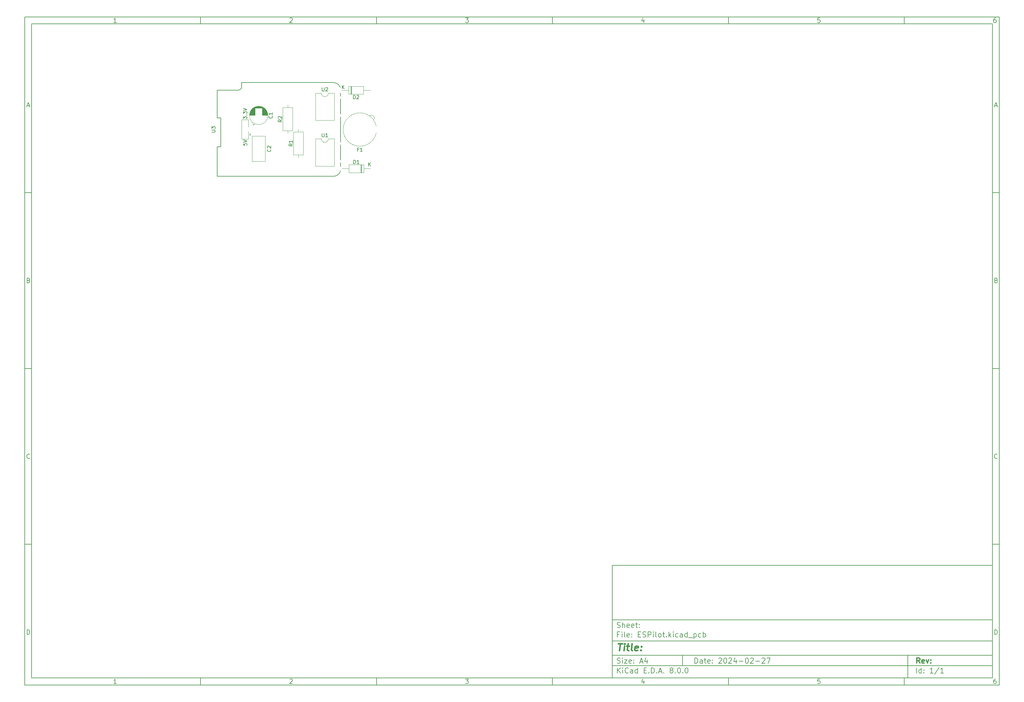
<source format=gto>
G04 #@! TF.GenerationSoftware,KiCad,Pcbnew,8.0.0*
G04 #@! TF.CreationDate,2024-02-27T22:34:17+01:00*
G04 #@! TF.ProjectId,ESPilot,45535069-6c6f-4742-9e6b-696361645f70,rev?*
G04 #@! TF.SameCoordinates,PX6f32cc0PY1b2e020*
G04 #@! TF.FileFunction,Legend,Top*
G04 #@! TF.FilePolarity,Positive*
%FSLAX46Y46*%
G04 Gerber Fmt 4.6, Leading zero omitted, Abs format (unit mm)*
G04 Created by KiCad (PCBNEW 8.0.0) date 2024-02-27 22:34:17*
%MOMM*%
%LPD*%
G01*
G04 APERTURE LIST*
G04 Aperture macros list*
%AMFreePoly0*
4,1,6,1.000000,0.000000,0.500000,-0.750000,-0.500000,-0.750000,-0.500000,0.750000,0.500000,0.750000,1.000000,0.000000,1.000000,0.000000,$1*%
G04 Aperture macros list end*
%ADD10C,0.100000*%
%ADD11C,0.150000*%
%ADD12C,0.300000*%
%ADD13C,0.400000*%
%ADD14C,0.120000*%
%ADD15C,1.600000*%
%ADD16O,1.600000X1.600000*%
%ADD17R,1.600000X1.600000*%
%ADD18C,1.800000*%
%ADD19C,2.000000*%
%ADD20R,1.500000X1.500000*%
%ADD21FreePoly0,90.000000*%
%ADD22FreePoly0,270.000000*%
%ADD23R,3.000000X3.000000*%
%ADD24C,3.000000*%
%ADD25R,2.300000X2.000000*%
%ADD26C,2.300000*%
G04 APERTURE END LIST*
D10*
D11*
X60402200Y-137507200D02*
X168402200Y-137507200D01*
X168402200Y-169507200D01*
X60402200Y-169507200D01*
X60402200Y-137507200D01*
D10*
D11*
X-106600000Y18500000D02*
X170402200Y18500000D01*
X170402200Y-171507200D01*
X-106600000Y-171507200D01*
X-106600000Y18500000D01*
D10*
D11*
X-104600000Y16500000D02*
X168402200Y16500000D01*
X168402200Y-169507200D01*
X-104600000Y-169507200D01*
X-104600000Y16500000D01*
D10*
D11*
X-56600000Y16500000D02*
X-56600000Y18500000D01*
D10*
D11*
X-6600000Y16500000D02*
X-6600000Y18500000D01*
D10*
D11*
X43400000Y16500000D02*
X43400000Y18500000D01*
D10*
D11*
X93400000Y16500000D02*
X93400000Y18500000D01*
D10*
D11*
X143400000Y16500000D02*
X143400000Y18500000D01*
D10*
D11*
X-80510840Y16906396D02*
X-81253697Y16906396D01*
X-80882269Y16906396D02*
X-80882269Y18206396D01*
X-80882269Y18206396D02*
X-81006078Y18020681D01*
X-81006078Y18020681D02*
X-81129888Y17896872D01*
X-81129888Y17896872D02*
X-81253697Y17834967D01*
D10*
D11*
X-31253697Y18082586D02*
X-31191793Y18144491D01*
X-31191793Y18144491D02*
X-31067983Y18206396D01*
X-31067983Y18206396D02*
X-30758459Y18206396D01*
X-30758459Y18206396D02*
X-30634650Y18144491D01*
X-30634650Y18144491D02*
X-30572745Y18082586D01*
X-30572745Y18082586D02*
X-30510840Y17958777D01*
X-30510840Y17958777D02*
X-30510840Y17834967D01*
X-30510840Y17834967D02*
X-30572745Y17649253D01*
X-30572745Y17649253D02*
X-31315602Y16906396D01*
X-31315602Y16906396D02*
X-30510840Y16906396D01*
D10*
D11*
X18684398Y18206396D02*
X19489160Y18206396D01*
X19489160Y18206396D02*
X19055826Y17711158D01*
X19055826Y17711158D02*
X19241541Y17711158D01*
X19241541Y17711158D02*
X19365350Y17649253D01*
X19365350Y17649253D02*
X19427255Y17587348D01*
X19427255Y17587348D02*
X19489160Y17463539D01*
X19489160Y17463539D02*
X19489160Y17154015D01*
X19489160Y17154015D02*
X19427255Y17030205D01*
X19427255Y17030205D02*
X19365350Y16968300D01*
X19365350Y16968300D02*
X19241541Y16906396D01*
X19241541Y16906396D02*
X18870112Y16906396D01*
X18870112Y16906396D02*
X18746303Y16968300D01*
X18746303Y16968300D02*
X18684398Y17030205D01*
D10*
D11*
X69365350Y17773062D02*
X69365350Y16906396D01*
X69055826Y18268300D02*
X68746303Y17339729D01*
X68746303Y17339729D02*
X69551064Y17339729D01*
D10*
D11*
X119427255Y18206396D02*
X118808207Y18206396D01*
X118808207Y18206396D02*
X118746303Y17587348D01*
X118746303Y17587348D02*
X118808207Y17649253D01*
X118808207Y17649253D02*
X118932017Y17711158D01*
X118932017Y17711158D02*
X119241541Y17711158D01*
X119241541Y17711158D02*
X119365350Y17649253D01*
X119365350Y17649253D02*
X119427255Y17587348D01*
X119427255Y17587348D02*
X119489160Y17463539D01*
X119489160Y17463539D02*
X119489160Y17154015D01*
X119489160Y17154015D02*
X119427255Y17030205D01*
X119427255Y17030205D02*
X119365350Y16968300D01*
X119365350Y16968300D02*
X119241541Y16906396D01*
X119241541Y16906396D02*
X118932017Y16906396D01*
X118932017Y16906396D02*
X118808207Y16968300D01*
X118808207Y16968300D02*
X118746303Y17030205D01*
D10*
D11*
X169365350Y18206396D02*
X169117731Y18206396D01*
X169117731Y18206396D02*
X168993922Y18144491D01*
X168993922Y18144491D02*
X168932017Y18082586D01*
X168932017Y18082586D02*
X168808207Y17896872D01*
X168808207Y17896872D02*
X168746303Y17649253D01*
X168746303Y17649253D02*
X168746303Y17154015D01*
X168746303Y17154015D02*
X168808207Y17030205D01*
X168808207Y17030205D02*
X168870112Y16968300D01*
X168870112Y16968300D02*
X168993922Y16906396D01*
X168993922Y16906396D02*
X169241541Y16906396D01*
X169241541Y16906396D02*
X169365350Y16968300D01*
X169365350Y16968300D02*
X169427255Y17030205D01*
X169427255Y17030205D02*
X169489160Y17154015D01*
X169489160Y17154015D02*
X169489160Y17463539D01*
X169489160Y17463539D02*
X169427255Y17587348D01*
X169427255Y17587348D02*
X169365350Y17649253D01*
X169365350Y17649253D02*
X169241541Y17711158D01*
X169241541Y17711158D02*
X168993922Y17711158D01*
X168993922Y17711158D02*
X168870112Y17649253D01*
X168870112Y17649253D02*
X168808207Y17587348D01*
X168808207Y17587348D02*
X168746303Y17463539D01*
D10*
D11*
X-56600000Y-169507200D02*
X-56600000Y-171507200D01*
D10*
D11*
X-6600000Y-169507200D02*
X-6600000Y-171507200D01*
D10*
D11*
X43400000Y-169507200D02*
X43400000Y-171507200D01*
D10*
D11*
X93400000Y-169507200D02*
X93400000Y-171507200D01*
D10*
D11*
X143400000Y-169507200D02*
X143400000Y-171507200D01*
D10*
D11*
X-80510840Y-171100804D02*
X-81253697Y-171100804D01*
X-80882269Y-171100804D02*
X-80882269Y-169800804D01*
X-80882269Y-169800804D02*
X-81006078Y-169986519D01*
X-81006078Y-169986519D02*
X-81129888Y-170110328D01*
X-81129888Y-170110328D02*
X-81253697Y-170172233D01*
D10*
D11*
X-31253697Y-169924614D02*
X-31191793Y-169862709D01*
X-31191793Y-169862709D02*
X-31067983Y-169800804D01*
X-31067983Y-169800804D02*
X-30758459Y-169800804D01*
X-30758459Y-169800804D02*
X-30634650Y-169862709D01*
X-30634650Y-169862709D02*
X-30572745Y-169924614D01*
X-30572745Y-169924614D02*
X-30510840Y-170048423D01*
X-30510840Y-170048423D02*
X-30510840Y-170172233D01*
X-30510840Y-170172233D02*
X-30572745Y-170357947D01*
X-30572745Y-170357947D02*
X-31315602Y-171100804D01*
X-31315602Y-171100804D02*
X-30510840Y-171100804D01*
D10*
D11*
X18684398Y-169800804D02*
X19489160Y-169800804D01*
X19489160Y-169800804D02*
X19055826Y-170296042D01*
X19055826Y-170296042D02*
X19241541Y-170296042D01*
X19241541Y-170296042D02*
X19365350Y-170357947D01*
X19365350Y-170357947D02*
X19427255Y-170419852D01*
X19427255Y-170419852D02*
X19489160Y-170543661D01*
X19489160Y-170543661D02*
X19489160Y-170853185D01*
X19489160Y-170853185D02*
X19427255Y-170976995D01*
X19427255Y-170976995D02*
X19365350Y-171038900D01*
X19365350Y-171038900D02*
X19241541Y-171100804D01*
X19241541Y-171100804D02*
X18870112Y-171100804D01*
X18870112Y-171100804D02*
X18746303Y-171038900D01*
X18746303Y-171038900D02*
X18684398Y-170976995D01*
D10*
D11*
X69365350Y-170234138D02*
X69365350Y-171100804D01*
X69055826Y-169738900D02*
X68746303Y-170667471D01*
X68746303Y-170667471D02*
X69551064Y-170667471D01*
D10*
D11*
X119427255Y-169800804D02*
X118808207Y-169800804D01*
X118808207Y-169800804D02*
X118746303Y-170419852D01*
X118746303Y-170419852D02*
X118808207Y-170357947D01*
X118808207Y-170357947D02*
X118932017Y-170296042D01*
X118932017Y-170296042D02*
X119241541Y-170296042D01*
X119241541Y-170296042D02*
X119365350Y-170357947D01*
X119365350Y-170357947D02*
X119427255Y-170419852D01*
X119427255Y-170419852D02*
X119489160Y-170543661D01*
X119489160Y-170543661D02*
X119489160Y-170853185D01*
X119489160Y-170853185D02*
X119427255Y-170976995D01*
X119427255Y-170976995D02*
X119365350Y-171038900D01*
X119365350Y-171038900D02*
X119241541Y-171100804D01*
X119241541Y-171100804D02*
X118932017Y-171100804D01*
X118932017Y-171100804D02*
X118808207Y-171038900D01*
X118808207Y-171038900D02*
X118746303Y-170976995D01*
D10*
D11*
X169365350Y-169800804D02*
X169117731Y-169800804D01*
X169117731Y-169800804D02*
X168993922Y-169862709D01*
X168993922Y-169862709D02*
X168932017Y-169924614D01*
X168932017Y-169924614D02*
X168808207Y-170110328D01*
X168808207Y-170110328D02*
X168746303Y-170357947D01*
X168746303Y-170357947D02*
X168746303Y-170853185D01*
X168746303Y-170853185D02*
X168808207Y-170976995D01*
X168808207Y-170976995D02*
X168870112Y-171038900D01*
X168870112Y-171038900D02*
X168993922Y-171100804D01*
X168993922Y-171100804D02*
X169241541Y-171100804D01*
X169241541Y-171100804D02*
X169365350Y-171038900D01*
X169365350Y-171038900D02*
X169427255Y-170976995D01*
X169427255Y-170976995D02*
X169489160Y-170853185D01*
X169489160Y-170853185D02*
X169489160Y-170543661D01*
X169489160Y-170543661D02*
X169427255Y-170419852D01*
X169427255Y-170419852D02*
X169365350Y-170357947D01*
X169365350Y-170357947D02*
X169241541Y-170296042D01*
X169241541Y-170296042D02*
X168993922Y-170296042D01*
X168993922Y-170296042D02*
X168870112Y-170357947D01*
X168870112Y-170357947D02*
X168808207Y-170419852D01*
X168808207Y-170419852D02*
X168746303Y-170543661D01*
D10*
D11*
X-106600000Y-31500000D02*
X-104600000Y-31500000D01*
D10*
D11*
X-106600000Y-81500000D02*
X-104600000Y-81500000D01*
D10*
D11*
X-106600000Y-131500000D02*
X-104600000Y-131500000D01*
D10*
D11*
X-105909524Y-6722176D02*
X-105290477Y-6722176D01*
X-106033334Y-7093604D02*
X-105600001Y-5793604D01*
X-105600001Y-5793604D02*
X-105166667Y-7093604D01*
D10*
D11*
X-105507143Y-56412652D02*
X-105321429Y-56474557D01*
X-105321429Y-56474557D02*
X-105259524Y-56536461D01*
X-105259524Y-56536461D02*
X-105197620Y-56660271D01*
X-105197620Y-56660271D02*
X-105197620Y-56845985D01*
X-105197620Y-56845985D02*
X-105259524Y-56969795D01*
X-105259524Y-56969795D02*
X-105321429Y-57031700D01*
X-105321429Y-57031700D02*
X-105445239Y-57093604D01*
X-105445239Y-57093604D02*
X-105940477Y-57093604D01*
X-105940477Y-57093604D02*
X-105940477Y-55793604D01*
X-105940477Y-55793604D02*
X-105507143Y-55793604D01*
X-105507143Y-55793604D02*
X-105383334Y-55855509D01*
X-105383334Y-55855509D02*
X-105321429Y-55917414D01*
X-105321429Y-55917414D02*
X-105259524Y-56041223D01*
X-105259524Y-56041223D02*
X-105259524Y-56165033D01*
X-105259524Y-56165033D02*
X-105321429Y-56288842D01*
X-105321429Y-56288842D02*
X-105383334Y-56350747D01*
X-105383334Y-56350747D02*
X-105507143Y-56412652D01*
X-105507143Y-56412652D02*
X-105940477Y-56412652D01*
D10*
D11*
X-105197620Y-106969795D02*
X-105259524Y-107031700D01*
X-105259524Y-107031700D02*
X-105445239Y-107093604D01*
X-105445239Y-107093604D02*
X-105569048Y-107093604D01*
X-105569048Y-107093604D02*
X-105754762Y-107031700D01*
X-105754762Y-107031700D02*
X-105878572Y-106907890D01*
X-105878572Y-106907890D02*
X-105940477Y-106784080D01*
X-105940477Y-106784080D02*
X-106002381Y-106536461D01*
X-106002381Y-106536461D02*
X-106002381Y-106350747D01*
X-106002381Y-106350747D02*
X-105940477Y-106103128D01*
X-105940477Y-106103128D02*
X-105878572Y-105979319D01*
X-105878572Y-105979319D02*
X-105754762Y-105855509D01*
X-105754762Y-105855509D02*
X-105569048Y-105793604D01*
X-105569048Y-105793604D02*
X-105445239Y-105793604D01*
X-105445239Y-105793604D02*
X-105259524Y-105855509D01*
X-105259524Y-105855509D02*
X-105197620Y-105917414D01*
D10*
D11*
X-105940477Y-157093604D02*
X-105940477Y-155793604D01*
X-105940477Y-155793604D02*
X-105630953Y-155793604D01*
X-105630953Y-155793604D02*
X-105445239Y-155855509D01*
X-105445239Y-155855509D02*
X-105321429Y-155979319D01*
X-105321429Y-155979319D02*
X-105259524Y-156103128D01*
X-105259524Y-156103128D02*
X-105197620Y-156350747D01*
X-105197620Y-156350747D02*
X-105197620Y-156536461D01*
X-105197620Y-156536461D02*
X-105259524Y-156784080D01*
X-105259524Y-156784080D02*
X-105321429Y-156907890D01*
X-105321429Y-156907890D02*
X-105445239Y-157031700D01*
X-105445239Y-157031700D02*
X-105630953Y-157093604D01*
X-105630953Y-157093604D02*
X-105940477Y-157093604D01*
D10*
D11*
X170402200Y-31500000D02*
X168402200Y-31500000D01*
D10*
D11*
X170402200Y-81500000D02*
X168402200Y-81500000D01*
D10*
D11*
X170402200Y-131500000D02*
X168402200Y-131500000D01*
D10*
D11*
X169092676Y-6722176D02*
X169711723Y-6722176D01*
X168968866Y-7093604D02*
X169402199Y-5793604D01*
X169402199Y-5793604D02*
X169835533Y-7093604D01*
D10*
D11*
X169495057Y-56412652D02*
X169680771Y-56474557D01*
X169680771Y-56474557D02*
X169742676Y-56536461D01*
X169742676Y-56536461D02*
X169804580Y-56660271D01*
X169804580Y-56660271D02*
X169804580Y-56845985D01*
X169804580Y-56845985D02*
X169742676Y-56969795D01*
X169742676Y-56969795D02*
X169680771Y-57031700D01*
X169680771Y-57031700D02*
X169556961Y-57093604D01*
X169556961Y-57093604D02*
X169061723Y-57093604D01*
X169061723Y-57093604D02*
X169061723Y-55793604D01*
X169061723Y-55793604D02*
X169495057Y-55793604D01*
X169495057Y-55793604D02*
X169618866Y-55855509D01*
X169618866Y-55855509D02*
X169680771Y-55917414D01*
X169680771Y-55917414D02*
X169742676Y-56041223D01*
X169742676Y-56041223D02*
X169742676Y-56165033D01*
X169742676Y-56165033D02*
X169680771Y-56288842D01*
X169680771Y-56288842D02*
X169618866Y-56350747D01*
X169618866Y-56350747D02*
X169495057Y-56412652D01*
X169495057Y-56412652D02*
X169061723Y-56412652D01*
D10*
D11*
X169804580Y-106969795D02*
X169742676Y-107031700D01*
X169742676Y-107031700D02*
X169556961Y-107093604D01*
X169556961Y-107093604D02*
X169433152Y-107093604D01*
X169433152Y-107093604D02*
X169247438Y-107031700D01*
X169247438Y-107031700D02*
X169123628Y-106907890D01*
X169123628Y-106907890D02*
X169061723Y-106784080D01*
X169061723Y-106784080D02*
X168999819Y-106536461D01*
X168999819Y-106536461D02*
X168999819Y-106350747D01*
X168999819Y-106350747D02*
X169061723Y-106103128D01*
X169061723Y-106103128D02*
X169123628Y-105979319D01*
X169123628Y-105979319D02*
X169247438Y-105855509D01*
X169247438Y-105855509D02*
X169433152Y-105793604D01*
X169433152Y-105793604D02*
X169556961Y-105793604D01*
X169556961Y-105793604D02*
X169742676Y-105855509D01*
X169742676Y-105855509D02*
X169804580Y-105917414D01*
D10*
D11*
X169061723Y-157093604D02*
X169061723Y-155793604D01*
X169061723Y-155793604D02*
X169371247Y-155793604D01*
X169371247Y-155793604D02*
X169556961Y-155855509D01*
X169556961Y-155855509D02*
X169680771Y-155979319D01*
X169680771Y-155979319D02*
X169742676Y-156103128D01*
X169742676Y-156103128D02*
X169804580Y-156350747D01*
X169804580Y-156350747D02*
X169804580Y-156536461D01*
X169804580Y-156536461D02*
X169742676Y-156784080D01*
X169742676Y-156784080D02*
X169680771Y-156907890D01*
X169680771Y-156907890D02*
X169556961Y-157031700D01*
X169556961Y-157031700D02*
X169371247Y-157093604D01*
X169371247Y-157093604D02*
X169061723Y-157093604D01*
D10*
D11*
X83858026Y-165293328D02*
X83858026Y-163793328D01*
X83858026Y-163793328D02*
X84215169Y-163793328D01*
X84215169Y-163793328D02*
X84429455Y-163864757D01*
X84429455Y-163864757D02*
X84572312Y-164007614D01*
X84572312Y-164007614D02*
X84643741Y-164150471D01*
X84643741Y-164150471D02*
X84715169Y-164436185D01*
X84715169Y-164436185D02*
X84715169Y-164650471D01*
X84715169Y-164650471D02*
X84643741Y-164936185D01*
X84643741Y-164936185D02*
X84572312Y-165079042D01*
X84572312Y-165079042D02*
X84429455Y-165221900D01*
X84429455Y-165221900D02*
X84215169Y-165293328D01*
X84215169Y-165293328D02*
X83858026Y-165293328D01*
X86000884Y-165293328D02*
X86000884Y-164507614D01*
X86000884Y-164507614D02*
X85929455Y-164364757D01*
X85929455Y-164364757D02*
X85786598Y-164293328D01*
X85786598Y-164293328D02*
X85500884Y-164293328D01*
X85500884Y-164293328D02*
X85358026Y-164364757D01*
X86000884Y-165221900D02*
X85858026Y-165293328D01*
X85858026Y-165293328D02*
X85500884Y-165293328D01*
X85500884Y-165293328D02*
X85358026Y-165221900D01*
X85358026Y-165221900D02*
X85286598Y-165079042D01*
X85286598Y-165079042D02*
X85286598Y-164936185D01*
X85286598Y-164936185D02*
X85358026Y-164793328D01*
X85358026Y-164793328D02*
X85500884Y-164721900D01*
X85500884Y-164721900D02*
X85858026Y-164721900D01*
X85858026Y-164721900D02*
X86000884Y-164650471D01*
X86500884Y-164293328D02*
X87072312Y-164293328D01*
X86715169Y-163793328D02*
X86715169Y-165079042D01*
X86715169Y-165079042D02*
X86786598Y-165221900D01*
X86786598Y-165221900D02*
X86929455Y-165293328D01*
X86929455Y-165293328D02*
X87072312Y-165293328D01*
X88143741Y-165221900D02*
X88000884Y-165293328D01*
X88000884Y-165293328D02*
X87715170Y-165293328D01*
X87715170Y-165293328D02*
X87572312Y-165221900D01*
X87572312Y-165221900D02*
X87500884Y-165079042D01*
X87500884Y-165079042D02*
X87500884Y-164507614D01*
X87500884Y-164507614D02*
X87572312Y-164364757D01*
X87572312Y-164364757D02*
X87715170Y-164293328D01*
X87715170Y-164293328D02*
X88000884Y-164293328D01*
X88000884Y-164293328D02*
X88143741Y-164364757D01*
X88143741Y-164364757D02*
X88215170Y-164507614D01*
X88215170Y-164507614D02*
X88215170Y-164650471D01*
X88215170Y-164650471D02*
X87500884Y-164793328D01*
X88858026Y-165150471D02*
X88929455Y-165221900D01*
X88929455Y-165221900D02*
X88858026Y-165293328D01*
X88858026Y-165293328D02*
X88786598Y-165221900D01*
X88786598Y-165221900D02*
X88858026Y-165150471D01*
X88858026Y-165150471D02*
X88858026Y-165293328D01*
X88858026Y-164364757D02*
X88929455Y-164436185D01*
X88929455Y-164436185D02*
X88858026Y-164507614D01*
X88858026Y-164507614D02*
X88786598Y-164436185D01*
X88786598Y-164436185D02*
X88858026Y-164364757D01*
X88858026Y-164364757D02*
X88858026Y-164507614D01*
X90643741Y-163936185D02*
X90715169Y-163864757D01*
X90715169Y-163864757D02*
X90858027Y-163793328D01*
X90858027Y-163793328D02*
X91215169Y-163793328D01*
X91215169Y-163793328D02*
X91358027Y-163864757D01*
X91358027Y-163864757D02*
X91429455Y-163936185D01*
X91429455Y-163936185D02*
X91500884Y-164079042D01*
X91500884Y-164079042D02*
X91500884Y-164221900D01*
X91500884Y-164221900D02*
X91429455Y-164436185D01*
X91429455Y-164436185D02*
X90572312Y-165293328D01*
X90572312Y-165293328D02*
X91500884Y-165293328D01*
X92429455Y-163793328D02*
X92572312Y-163793328D01*
X92572312Y-163793328D02*
X92715169Y-163864757D01*
X92715169Y-163864757D02*
X92786598Y-163936185D01*
X92786598Y-163936185D02*
X92858026Y-164079042D01*
X92858026Y-164079042D02*
X92929455Y-164364757D01*
X92929455Y-164364757D02*
X92929455Y-164721900D01*
X92929455Y-164721900D02*
X92858026Y-165007614D01*
X92858026Y-165007614D02*
X92786598Y-165150471D01*
X92786598Y-165150471D02*
X92715169Y-165221900D01*
X92715169Y-165221900D02*
X92572312Y-165293328D01*
X92572312Y-165293328D02*
X92429455Y-165293328D01*
X92429455Y-165293328D02*
X92286598Y-165221900D01*
X92286598Y-165221900D02*
X92215169Y-165150471D01*
X92215169Y-165150471D02*
X92143740Y-165007614D01*
X92143740Y-165007614D02*
X92072312Y-164721900D01*
X92072312Y-164721900D02*
X92072312Y-164364757D01*
X92072312Y-164364757D02*
X92143740Y-164079042D01*
X92143740Y-164079042D02*
X92215169Y-163936185D01*
X92215169Y-163936185D02*
X92286598Y-163864757D01*
X92286598Y-163864757D02*
X92429455Y-163793328D01*
X93500883Y-163936185D02*
X93572311Y-163864757D01*
X93572311Y-163864757D02*
X93715169Y-163793328D01*
X93715169Y-163793328D02*
X94072311Y-163793328D01*
X94072311Y-163793328D02*
X94215169Y-163864757D01*
X94215169Y-163864757D02*
X94286597Y-163936185D01*
X94286597Y-163936185D02*
X94358026Y-164079042D01*
X94358026Y-164079042D02*
X94358026Y-164221900D01*
X94358026Y-164221900D02*
X94286597Y-164436185D01*
X94286597Y-164436185D02*
X93429454Y-165293328D01*
X93429454Y-165293328D02*
X94358026Y-165293328D01*
X95643740Y-164293328D02*
X95643740Y-165293328D01*
X95286597Y-163721900D02*
X94929454Y-164793328D01*
X94929454Y-164793328D02*
X95858025Y-164793328D01*
X96429453Y-164721900D02*
X97572311Y-164721900D01*
X98572311Y-163793328D02*
X98715168Y-163793328D01*
X98715168Y-163793328D02*
X98858025Y-163864757D01*
X98858025Y-163864757D02*
X98929454Y-163936185D01*
X98929454Y-163936185D02*
X99000882Y-164079042D01*
X99000882Y-164079042D02*
X99072311Y-164364757D01*
X99072311Y-164364757D02*
X99072311Y-164721900D01*
X99072311Y-164721900D02*
X99000882Y-165007614D01*
X99000882Y-165007614D02*
X98929454Y-165150471D01*
X98929454Y-165150471D02*
X98858025Y-165221900D01*
X98858025Y-165221900D02*
X98715168Y-165293328D01*
X98715168Y-165293328D02*
X98572311Y-165293328D01*
X98572311Y-165293328D02*
X98429454Y-165221900D01*
X98429454Y-165221900D02*
X98358025Y-165150471D01*
X98358025Y-165150471D02*
X98286596Y-165007614D01*
X98286596Y-165007614D02*
X98215168Y-164721900D01*
X98215168Y-164721900D02*
X98215168Y-164364757D01*
X98215168Y-164364757D02*
X98286596Y-164079042D01*
X98286596Y-164079042D02*
X98358025Y-163936185D01*
X98358025Y-163936185D02*
X98429454Y-163864757D01*
X98429454Y-163864757D02*
X98572311Y-163793328D01*
X99643739Y-163936185D02*
X99715167Y-163864757D01*
X99715167Y-163864757D02*
X99858025Y-163793328D01*
X99858025Y-163793328D02*
X100215167Y-163793328D01*
X100215167Y-163793328D02*
X100358025Y-163864757D01*
X100358025Y-163864757D02*
X100429453Y-163936185D01*
X100429453Y-163936185D02*
X100500882Y-164079042D01*
X100500882Y-164079042D02*
X100500882Y-164221900D01*
X100500882Y-164221900D02*
X100429453Y-164436185D01*
X100429453Y-164436185D02*
X99572310Y-165293328D01*
X99572310Y-165293328D02*
X100500882Y-165293328D01*
X101143738Y-164721900D02*
X102286596Y-164721900D01*
X102929453Y-163936185D02*
X103000881Y-163864757D01*
X103000881Y-163864757D02*
X103143739Y-163793328D01*
X103143739Y-163793328D02*
X103500881Y-163793328D01*
X103500881Y-163793328D02*
X103643739Y-163864757D01*
X103643739Y-163864757D02*
X103715167Y-163936185D01*
X103715167Y-163936185D02*
X103786596Y-164079042D01*
X103786596Y-164079042D02*
X103786596Y-164221900D01*
X103786596Y-164221900D02*
X103715167Y-164436185D01*
X103715167Y-164436185D02*
X102858024Y-165293328D01*
X102858024Y-165293328D02*
X103786596Y-165293328D01*
X104286595Y-163793328D02*
X105286595Y-163793328D01*
X105286595Y-163793328D02*
X104643738Y-165293328D01*
D10*
D11*
X60402200Y-166007200D02*
X168402200Y-166007200D01*
D10*
D11*
X61858026Y-168093328D02*
X61858026Y-166593328D01*
X62715169Y-168093328D02*
X62072312Y-167236185D01*
X62715169Y-166593328D02*
X61858026Y-167450471D01*
X63358026Y-168093328D02*
X63358026Y-167093328D01*
X63358026Y-166593328D02*
X63286598Y-166664757D01*
X63286598Y-166664757D02*
X63358026Y-166736185D01*
X63358026Y-166736185D02*
X63429455Y-166664757D01*
X63429455Y-166664757D02*
X63358026Y-166593328D01*
X63358026Y-166593328D02*
X63358026Y-166736185D01*
X64929455Y-167950471D02*
X64858027Y-168021900D01*
X64858027Y-168021900D02*
X64643741Y-168093328D01*
X64643741Y-168093328D02*
X64500884Y-168093328D01*
X64500884Y-168093328D02*
X64286598Y-168021900D01*
X64286598Y-168021900D02*
X64143741Y-167879042D01*
X64143741Y-167879042D02*
X64072312Y-167736185D01*
X64072312Y-167736185D02*
X64000884Y-167450471D01*
X64000884Y-167450471D02*
X64000884Y-167236185D01*
X64000884Y-167236185D02*
X64072312Y-166950471D01*
X64072312Y-166950471D02*
X64143741Y-166807614D01*
X64143741Y-166807614D02*
X64286598Y-166664757D01*
X64286598Y-166664757D02*
X64500884Y-166593328D01*
X64500884Y-166593328D02*
X64643741Y-166593328D01*
X64643741Y-166593328D02*
X64858027Y-166664757D01*
X64858027Y-166664757D02*
X64929455Y-166736185D01*
X66215170Y-168093328D02*
X66215170Y-167307614D01*
X66215170Y-167307614D02*
X66143741Y-167164757D01*
X66143741Y-167164757D02*
X66000884Y-167093328D01*
X66000884Y-167093328D02*
X65715170Y-167093328D01*
X65715170Y-167093328D02*
X65572312Y-167164757D01*
X66215170Y-168021900D02*
X66072312Y-168093328D01*
X66072312Y-168093328D02*
X65715170Y-168093328D01*
X65715170Y-168093328D02*
X65572312Y-168021900D01*
X65572312Y-168021900D02*
X65500884Y-167879042D01*
X65500884Y-167879042D02*
X65500884Y-167736185D01*
X65500884Y-167736185D02*
X65572312Y-167593328D01*
X65572312Y-167593328D02*
X65715170Y-167521900D01*
X65715170Y-167521900D02*
X66072312Y-167521900D01*
X66072312Y-167521900D02*
X66215170Y-167450471D01*
X67572313Y-168093328D02*
X67572313Y-166593328D01*
X67572313Y-168021900D02*
X67429455Y-168093328D01*
X67429455Y-168093328D02*
X67143741Y-168093328D01*
X67143741Y-168093328D02*
X67000884Y-168021900D01*
X67000884Y-168021900D02*
X66929455Y-167950471D01*
X66929455Y-167950471D02*
X66858027Y-167807614D01*
X66858027Y-167807614D02*
X66858027Y-167379042D01*
X66858027Y-167379042D02*
X66929455Y-167236185D01*
X66929455Y-167236185D02*
X67000884Y-167164757D01*
X67000884Y-167164757D02*
X67143741Y-167093328D01*
X67143741Y-167093328D02*
X67429455Y-167093328D01*
X67429455Y-167093328D02*
X67572313Y-167164757D01*
X69429455Y-167307614D02*
X69929455Y-167307614D01*
X70143741Y-168093328D02*
X69429455Y-168093328D01*
X69429455Y-168093328D02*
X69429455Y-166593328D01*
X69429455Y-166593328D02*
X70143741Y-166593328D01*
X70786598Y-167950471D02*
X70858027Y-168021900D01*
X70858027Y-168021900D02*
X70786598Y-168093328D01*
X70786598Y-168093328D02*
X70715170Y-168021900D01*
X70715170Y-168021900D02*
X70786598Y-167950471D01*
X70786598Y-167950471D02*
X70786598Y-168093328D01*
X71500884Y-168093328D02*
X71500884Y-166593328D01*
X71500884Y-166593328D02*
X71858027Y-166593328D01*
X71858027Y-166593328D02*
X72072313Y-166664757D01*
X72072313Y-166664757D02*
X72215170Y-166807614D01*
X72215170Y-166807614D02*
X72286599Y-166950471D01*
X72286599Y-166950471D02*
X72358027Y-167236185D01*
X72358027Y-167236185D02*
X72358027Y-167450471D01*
X72358027Y-167450471D02*
X72286599Y-167736185D01*
X72286599Y-167736185D02*
X72215170Y-167879042D01*
X72215170Y-167879042D02*
X72072313Y-168021900D01*
X72072313Y-168021900D02*
X71858027Y-168093328D01*
X71858027Y-168093328D02*
X71500884Y-168093328D01*
X73000884Y-167950471D02*
X73072313Y-168021900D01*
X73072313Y-168021900D02*
X73000884Y-168093328D01*
X73000884Y-168093328D02*
X72929456Y-168021900D01*
X72929456Y-168021900D02*
X73000884Y-167950471D01*
X73000884Y-167950471D02*
X73000884Y-168093328D01*
X73643742Y-167664757D02*
X74358028Y-167664757D01*
X73500885Y-168093328D02*
X74000885Y-166593328D01*
X74000885Y-166593328D02*
X74500885Y-168093328D01*
X75000884Y-167950471D02*
X75072313Y-168021900D01*
X75072313Y-168021900D02*
X75000884Y-168093328D01*
X75000884Y-168093328D02*
X74929456Y-168021900D01*
X74929456Y-168021900D02*
X75000884Y-167950471D01*
X75000884Y-167950471D02*
X75000884Y-168093328D01*
X77072313Y-167236185D02*
X76929456Y-167164757D01*
X76929456Y-167164757D02*
X76858027Y-167093328D01*
X76858027Y-167093328D02*
X76786599Y-166950471D01*
X76786599Y-166950471D02*
X76786599Y-166879042D01*
X76786599Y-166879042D02*
X76858027Y-166736185D01*
X76858027Y-166736185D02*
X76929456Y-166664757D01*
X76929456Y-166664757D02*
X77072313Y-166593328D01*
X77072313Y-166593328D02*
X77358027Y-166593328D01*
X77358027Y-166593328D02*
X77500885Y-166664757D01*
X77500885Y-166664757D02*
X77572313Y-166736185D01*
X77572313Y-166736185D02*
X77643742Y-166879042D01*
X77643742Y-166879042D02*
X77643742Y-166950471D01*
X77643742Y-166950471D02*
X77572313Y-167093328D01*
X77572313Y-167093328D02*
X77500885Y-167164757D01*
X77500885Y-167164757D02*
X77358027Y-167236185D01*
X77358027Y-167236185D02*
X77072313Y-167236185D01*
X77072313Y-167236185D02*
X76929456Y-167307614D01*
X76929456Y-167307614D02*
X76858027Y-167379042D01*
X76858027Y-167379042D02*
X76786599Y-167521900D01*
X76786599Y-167521900D02*
X76786599Y-167807614D01*
X76786599Y-167807614D02*
X76858027Y-167950471D01*
X76858027Y-167950471D02*
X76929456Y-168021900D01*
X76929456Y-168021900D02*
X77072313Y-168093328D01*
X77072313Y-168093328D02*
X77358027Y-168093328D01*
X77358027Y-168093328D02*
X77500885Y-168021900D01*
X77500885Y-168021900D02*
X77572313Y-167950471D01*
X77572313Y-167950471D02*
X77643742Y-167807614D01*
X77643742Y-167807614D02*
X77643742Y-167521900D01*
X77643742Y-167521900D02*
X77572313Y-167379042D01*
X77572313Y-167379042D02*
X77500885Y-167307614D01*
X77500885Y-167307614D02*
X77358027Y-167236185D01*
X78286598Y-167950471D02*
X78358027Y-168021900D01*
X78358027Y-168021900D02*
X78286598Y-168093328D01*
X78286598Y-168093328D02*
X78215170Y-168021900D01*
X78215170Y-168021900D02*
X78286598Y-167950471D01*
X78286598Y-167950471D02*
X78286598Y-168093328D01*
X79286599Y-166593328D02*
X79429456Y-166593328D01*
X79429456Y-166593328D02*
X79572313Y-166664757D01*
X79572313Y-166664757D02*
X79643742Y-166736185D01*
X79643742Y-166736185D02*
X79715170Y-166879042D01*
X79715170Y-166879042D02*
X79786599Y-167164757D01*
X79786599Y-167164757D02*
X79786599Y-167521900D01*
X79786599Y-167521900D02*
X79715170Y-167807614D01*
X79715170Y-167807614D02*
X79643742Y-167950471D01*
X79643742Y-167950471D02*
X79572313Y-168021900D01*
X79572313Y-168021900D02*
X79429456Y-168093328D01*
X79429456Y-168093328D02*
X79286599Y-168093328D01*
X79286599Y-168093328D02*
X79143742Y-168021900D01*
X79143742Y-168021900D02*
X79072313Y-167950471D01*
X79072313Y-167950471D02*
X79000884Y-167807614D01*
X79000884Y-167807614D02*
X78929456Y-167521900D01*
X78929456Y-167521900D02*
X78929456Y-167164757D01*
X78929456Y-167164757D02*
X79000884Y-166879042D01*
X79000884Y-166879042D02*
X79072313Y-166736185D01*
X79072313Y-166736185D02*
X79143742Y-166664757D01*
X79143742Y-166664757D02*
X79286599Y-166593328D01*
X80429455Y-167950471D02*
X80500884Y-168021900D01*
X80500884Y-168021900D02*
X80429455Y-168093328D01*
X80429455Y-168093328D02*
X80358027Y-168021900D01*
X80358027Y-168021900D02*
X80429455Y-167950471D01*
X80429455Y-167950471D02*
X80429455Y-168093328D01*
X81429456Y-166593328D02*
X81572313Y-166593328D01*
X81572313Y-166593328D02*
X81715170Y-166664757D01*
X81715170Y-166664757D02*
X81786599Y-166736185D01*
X81786599Y-166736185D02*
X81858027Y-166879042D01*
X81858027Y-166879042D02*
X81929456Y-167164757D01*
X81929456Y-167164757D02*
X81929456Y-167521900D01*
X81929456Y-167521900D02*
X81858027Y-167807614D01*
X81858027Y-167807614D02*
X81786599Y-167950471D01*
X81786599Y-167950471D02*
X81715170Y-168021900D01*
X81715170Y-168021900D02*
X81572313Y-168093328D01*
X81572313Y-168093328D02*
X81429456Y-168093328D01*
X81429456Y-168093328D02*
X81286599Y-168021900D01*
X81286599Y-168021900D02*
X81215170Y-167950471D01*
X81215170Y-167950471D02*
X81143741Y-167807614D01*
X81143741Y-167807614D02*
X81072313Y-167521900D01*
X81072313Y-167521900D02*
X81072313Y-167164757D01*
X81072313Y-167164757D02*
X81143741Y-166879042D01*
X81143741Y-166879042D02*
X81215170Y-166736185D01*
X81215170Y-166736185D02*
X81286599Y-166664757D01*
X81286599Y-166664757D02*
X81429456Y-166593328D01*
D10*
D11*
X60402200Y-163007200D02*
X168402200Y-163007200D01*
D10*
D12*
X147813853Y-165285528D02*
X147313853Y-164571242D01*
X146956710Y-165285528D02*
X146956710Y-163785528D01*
X146956710Y-163785528D02*
X147528139Y-163785528D01*
X147528139Y-163785528D02*
X147670996Y-163856957D01*
X147670996Y-163856957D02*
X147742425Y-163928385D01*
X147742425Y-163928385D02*
X147813853Y-164071242D01*
X147813853Y-164071242D02*
X147813853Y-164285528D01*
X147813853Y-164285528D02*
X147742425Y-164428385D01*
X147742425Y-164428385D02*
X147670996Y-164499814D01*
X147670996Y-164499814D02*
X147528139Y-164571242D01*
X147528139Y-164571242D02*
X146956710Y-164571242D01*
X149028139Y-165214100D02*
X148885282Y-165285528D01*
X148885282Y-165285528D02*
X148599568Y-165285528D01*
X148599568Y-165285528D02*
X148456710Y-165214100D01*
X148456710Y-165214100D02*
X148385282Y-165071242D01*
X148385282Y-165071242D02*
X148385282Y-164499814D01*
X148385282Y-164499814D02*
X148456710Y-164356957D01*
X148456710Y-164356957D02*
X148599568Y-164285528D01*
X148599568Y-164285528D02*
X148885282Y-164285528D01*
X148885282Y-164285528D02*
X149028139Y-164356957D01*
X149028139Y-164356957D02*
X149099568Y-164499814D01*
X149099568Y-164499814D02*
X149099568Y-164642671D01*
X149099568Y-164642671D02*
X148385282Y-164785528D01*
X149599567Y-164285528D02*
X149956710Y-165285528D01*
X149956710Y-165285528D02*
X150313853Y-164285528D01*
X150885281Y-165142671D02*
X150956710Y-165214100D01*
X150956710Y-165214100D02*
X150885281Y-165285528D01*
X150885281Y-165285528D02*
X150813853Y-165214100D01*
X150813853Y-165214100D02*
X150885281Y-165142671D01*
X150885281Y-165142671D02*
X150885281Y-165285528D01*
X150885281Y-164356957D02*
X150956710Y-164428385D01*
X150956710Y-164428385D02*
X150885281Y-164499814D01*
X150885281Y-164499814D02*
X150813853Y-164428385D01*
X150813853Y-164428385D02*
X150885281Y-164356957D01*
X150885281Y-164356957D02*
X150885281Y-164499814D01*
D10*
D11*
X61786598Y-165221900D02*
X62000884Y-165293328D01*
X62000884Y-165293328D02*
X62358026Y-165293328D01*
X62358026Y-165293328D02*
X62500884Y-165221900D01*
X62500884Y-165221900D02*
X62572312Y-165150471D01*
X62572312Y-165150471D02*
X62643741Y-165007614D01*
X62643741Y-165007614D02*
X62643741Y-164864757D01*
X62643741Y-164864757D02*
X62572312Y-164721900D01*
X62572312Y-164721900D02*
X62500884Y-164650471D01*
X62500884Y-164650471D02*
X62358026Y-164579042D01*
X62358026Y-164579042D02*
X62072312Y-164507614D01*
X62072312Y-164507614D02*
X61929455Y-164436185D01*
X61929455Y-164436185D02*
X61858026Y-164364757D01*
X61858026Y-164364757D02*
X61786598Y-164221900D01*
X61786598Y-164221900D02*
X61786598Y-164079042D01*
X61786598Y-164079042D02*
X61858026Y-163936185D01*
X61858026Y-163936185D02*
X61929455Y-163864757D01*
X61929455Y-163864757D02*
X62072312Y-163793328D01*
X62072312Y-163793328D02*
X62429455Y-163793328D01*
X62429455Y-163793328D02*
X62643741Y-163864757D01*
X63286597Y-165293328D02*
X63286597Y-164293328D01*
X63286597Y-163793328D02*
X63215169Y-163864757D01*
X63215169Y-163864757D02*
X63286597Y-163936185D01*
X63286597Y-163936185D02*
X63358026Y-163864757D01*
X63358026Y-163864757D02*
X63286597Y-163793328D01*
X63286597Y-163793328D02*
X63286597Y-163936185D01*
X63858026Y-164293328D02*
X64643741Y-164293328D01*
X64643741Y-164293328D02*
X63858026Y-165293328D01*
X63858026Y-165293328D02*
X64643741Y-165293328D01*
X65786598Y-165221900D02*
X65643741Y-165293328D01*
X65643741Y-165293328D02*
X65358027Y-165293328D01*
X65358027Y-165293328D02*
X65215169Y-165221900D01*
X65215169Y-165221900D02*
X65143741Y-165079042D01*
X65143741Y-165079042D02*
X65143741Y-164507614D01*
X65143741Y-164507614D02*
X65215169Y-164364757D01*
X65215169Y-164364757D02*
X65358027Y-164293328D01*
X65358027Y-164293328D02*
X65643741Y-164293328D01*
X65643741Y-164293328D02*
X65786598Y-164364757D01*
X65786598Y-164364757D02*
X65858027Y-164507614D01*
X65858027Y-164507614D02*
X65858027Y-164650471D01*
X65858027Y-164650471D02*
X65143741Y-164793328D01*
X66500883Y-165150471D02*
X66572312Y-165221900D01*
X66572312Y-165221900D02*
X66500883Y-165293328D01*
X66500883Y-165293328D02*
X66429455Y-165221900D01*
X66429455Y-165221900D02*
X66500883Y-165150471D01*
X66500883Y-165150471D02*
X66500883Y-165293328D01*
X66500883Y-164364757D02*
X66572312Y-164436185D01*
X66572312Y-164436185D02*
X66500883Y-164507614D01*
X66500883Y-164507614D02*
X66429455Y-164436185D01*
X66429455Y-164436185D02*
X66500883Y-164364757D01*
X66500883Y-164364757D02*
X66500883Y-164507614D01*
X68286598Y-164864757D02*
X69000884Y-164864757D01*
X68143741Y-165293328D02*
X68643741Y-163793328D01*
X68643741Y-163793328D02*
X69143741Y-165293328D01*
X70286598Y-164293328D02*
X70286598Y-165293328D01*
X69929455Y-163721900D02*
X69572312Y-164793328D01*
X69572312Y-164793328D02*
X70500883Y-164793328D01*
D10*
D11*
X146858026Y-168093328D02*
X146858026Y-166593328D01*
X148215170Y-168093328D02*
X148215170Y-166593328D01*
X148215170Y-168021900D02*
X148072312Y-168093328D01*
X148072312Y-168093328D02*
X147786598Y-168093328D01*
X147786598Y-168093328D02*
X147643741Y-168021900D01*
X147643741Y-168021900D02*
X147572312Y-167950471D01*
X147572312Y-167950471D02*
X147500884Y-167807614D01*
X147500884Y-167807614D02*
X147500884Y-167379042D01*
X147500884Y-167379042D02*
X147572312Y-167236185D01*
X147572312Y-167236185D02*
X147643741Y-167164757D01*
X147643741Y-167164757D02*
X147786598Y-167093328D01*
X147786598Y-167093328D02*
X148072312Y-167093328D01*
X148072312Y-167093328D02*
X148215170Y-167164757D01*
X148929455Y-167950471D02*
X149000884Y-168021900D01*
X149000884Y-168021900D02*
X148929455Y-168093328D01*
X148929455Y-168093328D02*
X148858027Y-168021900D01*
X148858027Y-168021900D02*
X148929455Y-167950471D01*
X148929455Y-167950471D02*
X148929455Y-168093328D01*
X148929455Y-167164757D02*
X149000884Y-167236185D01*
X149000884Y-167236185D02*
X148929455Y-167307614D01*
X148929455Y-167307614D02*
X148858027Y-167236185D01*
X148858027Y-167236185D02*
X148929455Y-167164757D01*
X148929455Y-167164757D02*
X148929455Y-167307614D01*
X151572313Y-168093328D02*
X150715170Y-168093328D01*
X151143741Y-168093328D02*
X151143741Y-166593328D01*
X151143741Y-166593328D02*
X151000884Y-166807614D01*
X151000884Y-166807614D02*
X150858027Y-166950471D01*
X150858027Y-166950471D02*
X150715170Y-167021900D01*
X153286598Y-166521900D02*
X152000884Y-168450471D01*
X154572313Y-168093328D02*
X153715170Y-168093328D01*
X154143741Y-168093328D02*
X154143741Y-166593328D01*
X154143741Y-166593328D02*
X154000884Y-166807614D01*
X154000884Y-166807614D02*
X153858027Y-166950471D01*
X153858027Y-166950471D02*
X153715170Y-167021900D01*
D10*
D11*
X60402200Y-159007200D02*
X168402200Y-159007200D01*
D10*
D13*
X62093928Y-159711638D02*
X63236785Y-159711638D01*
X62415357Y-161711638D02*
X62665357Y-159711638D01*
X63653452Y-161711638D02*
X63820119Y-160378304D01*
X63903452Y-159711638D02*
X63796309Y-159806876D01*
X63796309Y-159806876D02*
X63879643Y-159902114D01*
X63879643Y-159902114D02*
X63986786Y-159806876D01*
X63986786Y-159806876D02*
X63903452Y-159711638D01*
X63903452Y-159711638D02*
X63879643Y-159902114D01*
X64486786Y-160378304D02*
X65248690Y-160378304D01*
X64855833Y-159711638D02*
X64641548Y-161425923D01*
X64641548Y-161425923D02*
X64712976Y-161616400D01*
X64712976Y-161616400D02*
X64891548Y-161711638D01*
X64891548Y-161711638D02*
X65082024Y-161711638D01*
X66034405Y-161711638D02*
X65855833Y-161616400D01*
X65855833Y-161616400D02*
X65784405Y-161425923D01*
X65784405Y-161425923D02*
X65998690Y-159711638D01*
X67570119Y-161616400D02*
X67367738Y-161711638D01*
X67367738Y-161711638D02*
X66986785Y-161711638D01*
X66986785Y-161711638D02*
X66808214Y-161616400D01*
X66808214Y-161616400D02*
X66736785Y-161425923D01*
X66736785Y-161425923D02*
X66832024Y-160664019D01*
X66832024Y-160664019D02*
X66951071Y-160473542D01*
X66951071Y-160473542D02*
X67153452Y-160378304D01*
X67153452Y-160378304D02*
X67534404Y-160378304D01*
X67534404Y-160378304D02*
X67712976Y-160473542D01*
X67712976Y-160473542D02*
X67784404Y-160664019D01*
X67784404Y-160664019D02*
X67760595Y-160854495D01*
X67760595Y-160854495D02*
X66784404Y-161044971D01*
X68534405Y-161521161D02*
X68617738Y-161616400D01*
X68617738Y-161616400D02*
X68510595Y-161711638D01*
X68510595Y-161711638D02*
X68427262Y-161616400D01*
X68427262Y-161616400D02*
X68534405Y-161521161D01*
X68534405Y-161521161D02*
X68510595Y-161711638D01*
X68665357Y-160473542D02*
X68748690Y-160568780D01*
X68748690Y-160568780D02*
X68641548Y-160664019D01*
X68641548Y-160664019D02*
X68558214Y-160568780D01*
X68558214Y-160568780D02*
X68665357Y-160473542D01*
X68665357Y-160473542D02*
X68641548Y-160664019D01*
D10*
D11*
X62358026Y-157107614D02*
X61858026Y-157107614D01*
X61858026Y-157893328D02*
X61858026Y-156393328D01*
X61858026Y-156393328D02*
X62572312Y-156393328D01*
X63143740Y-157893328D02*
X63143740Y-156893328D01*
X63143740Y-156393328D02*
X63072312Y-156464757D01*
X63072312Y-156464757D02*
X63143740Y-156536185D01*
X63143740Y-156536185D02*
X63215169Y-156464757D01*
X63215169Y-156464757D02*
X63143740Y-156393328D01*
X63143740Y-156393328D02*
X63143740Y-156536185D01*
X64072312Y-157893328D02*
X63929455Y-157821900D01*
X63929455Y-157821900D02*
X63858026Y-157679042D01*
X63858026Y-157679042D02*
X63858026Y-156393328D01*
X65215169Y-157821900D02*
X65072312Y-157893328D01*
X65072312Y-157893328D02*
X64786598Y-157893328D01*
X64786598Y-157893328D02*
X64643740Y-157821900D01*
X64643740Y-157821900D02*
X64572312Y-157679042D01*
X64572312Y-157679042D02*
X64572312Y-157107614D01*
X64572312Y-157107614D02*
X64643740Y-156964757D01*
X64643740Y-156964757D02*
X64786598Y-156893328D01*
X64786598Y-156893328D02*
X65072312Y-156893328D01*
X65072312Y-156893328D02*
X65215169Y-156964757D01*
X65215169Y-156964757D02*
X65286598Y-157107614D01*
X65286598Y-157107614D02*
X65286598Y-157250471D01*
X65286598Y-157250471D02*
X64572312Y-157393328D01*
X65929454Y-157750471D02*
X66000883Y-157821900D01*
X66000883Y-157821900D02*
X65929454Y-157893328D01*
X65929454Y-157893328D02*
X65858026Y-157821900D01*
X65858026Y-157821900D02*
X65929454Y-157750471D01*
X65929454Y-157750471D02*
X65929454Y-157893328D01*
X65929454Y-156964757D02*
X66000883Y-157036185D01*
X66000883Y-157036185D02*
X65929454Y-157107614D01*
X65929454Y-157107614D02*
X65858026Y-157036185D01*
X65858026Y-157036185D02*
X65929454Y-156964757D01*
X65929454Y-156964757D02*
X65929454Y-157107614D01*
X67786597Y-157107614D02*
X68286597Y-157107614D01*
X68500883Y-157893328D02*
X67786597Y-157893328D01*
X67786597Y-157893328D02*
X67786597Y-156393328D01*
X67786597Y-156393328D02*
X68500883Y-156393328D01*
X69072312Y-157821900D02*
X69286598Y-157893328D01*
X69286598Y-157893328D02*
X69643740Y-157893328D01*
X69643740Y-157893328D02*
X69786598Y-157821900D01*
X69786598Y-157821900D02*
X69858026Y-157750471D01*
X69858026Y-157750471D02*
X69929455Y-157607614D01*
X69929455Y-157607614D02*
X69929455Y-157464757D01*
X69929455Y-157464757D02*
X69858026Y-157321900D01*
X69858026Y-157321900D02*
X69786598Y-157250471D01*
X69786598Y-157250471D02*
X69643740Y-157179042D01*
X69643740Y-157179042D02*
X69358026Y-157107614D01*
X69358026Y-157107614D02*
X69215169Y-157036185D01*
X69215169Y-157036185D02*
X69143740Y-156964757D01*
X69143740Y-156964757D02*
X69072312Y-156821900D01*
X69072312Y-156821900D02*
X69072312Y-156679042D01*
X69072312Y-156679042D02*
X69143740Y-156536185D01*
X69143740Y-156536185D02*
X69215169Y-156464757D01*
X69215169Y-156464757D02*
X69358026Y-156393328D01*
X69358026Y-156393328D02*
X69715169Y-156393328D01*
X69715169Y-156393328D02*
X69929455Y-156464757D01*
X70572311Y-157893328D02*
X70572311Y-156393328D01*
X70572311Y-156393328D02*
X71143740Y-156393328D01*
X71143740Y-156393328D02*
X71286597Y-156464757D01*
X71286597Y-156464757D02*
X71358026Y-156536185D01*
X71358026Y-156536185D02*
X71429454Y-156679042D01*
X71429454Y-156679042D02*
X71429454Y-156893328D01*
X71429454Y-156893328D02*
X71358026Y-157036185D01*
X71358026Y-157036185D02*
X71286597Y-157107614D01*
X71286597Y-157107614D02*
X71143740Y-157179042D01*
X71143740Y-157179042D02*
X70572311Y-157179042D01*
X72072311Y-157893328D02*
X72072311Y-156893328D01*
X72072311Y-156393328D02*
X72000883Y-156464757D01*
X72000883Y-156464757D02*
X72072311Y-156536185D01*
X72072311Y-156536185D02*
X72143740Y-156464757D01*
X72143740Y-156464757D02*
X72072311Y-156393328D01*
X72072311Y-156393328D02*
X72072311Y-156536185D01*
X73000883Y-157893328D02*
X72858026Y-157821900D01*
X72858026Y-157821900D02*
X72786597Y-157679042D01*
X72786597Y-157679042D02*
X72786597Y-156393328D01*
X73786597Y-157893328D02*
X73643740Y-157821900D01*
X73643740Y-157821900D02*
X73572311Y-157750471D01*
X73572311Y-157750471D02*
X73500883Y-157607614D01*
X73500883Y-157607614D02*
X73500883Y-157179042D01*
X73500883Y-157179042D02*
X73572311Y-157036185D01*
X73572311Y-157036185D02*
X73643740Y-156964757D01*
X73643740Y-156964757D02*
X73786597Y-156893328D01*
X73786597Y-156893328D02*
X74000883Y-156893328D01*
X74000883Y-156893328D02*
X74143740Y-156964757D01*
X74143740Y-156964757D02*
X74215169Y-157036185D01*
X74215169Y-157036185D02*
X74286597Y-157179042D01*
X74286597Y-157179042D02*
X74286597Y-157607614D01*
X74286597Y-157607614D02*
X74215169Y-157750471D01*
X74215169Y-157750471D02*
X74143740Y-157821900D01*
X74143740Y-157821900D02*
X74000883Y-157893328D01*
X74000883Y-157893328D02*
X73786597Y-157893328D01*
X74715169Y-156893328D02*
X75286597Y-156893328D01*
X74929454Y-156393328D02*
X74929454Y-157679042D01*
X74929454Y-157679042D02*
X75000883Y-157821900D01*
X75000883Y-157821900D02*
X75143740Y-157893328D01*
X75143740Y-157893328D02*
X75286597Y-157893328D01*
X75786597Y-157750471D02*
X75858026Y-157821900D01*
X75858026Y-157821900D02*
X75786597Y-157893328D01*
X75786597Y-157893328D02*
X75715169Y-157821900D01*
X75715169Y-157821900D02*
X75786597Y-157750471D01*
X75786597Y-157750471D02*
X75786597Y-157893328D01*
X76500883Y-157893328D02*
X76500883Y-156393328D01*
X76643741Y-157321900D02*
X77072312Y-157893328D01*
X77072312Y-156893328D02*
X76500883Y-157464757D01*
X77715169Y-157893328D02*
X77715169Y-156893328D01*
X77715169Y-156393328D02*
X77643741Y-156464757D01*
X77643741Y-156464757D02*
X77715169Y-156536185D01*
X77715169Y-156536185D02*
X77786598Y-156464757D01*
X77786598Y-156464757D02*
X77715169Y-156393328D01*
X77715169Y-156393328D02*
X77715169Y-156536185D01*
X79072313Y-157821900D02*
X78929455Y-157893328D01*
X78929455Y-157893328D02*
X78643741Y-157893328D01*
X78643741Y-157893328D02*
X78500884Y-157821900D01*
X78500884Y-157821900D02*
X78429455Y-157750471D01*
X78429455Y-157750471D02*
X78358027Y-157607614D01*
X78358027Y-157607614D02*
X78358027Y-157179042D01*
X78358027Y-157179042D02*
X78429455Y-157036185D01*
X78429455Y-157036185D02*
X78500884Y-156964757D01*
X78500884Y-156964757D02*
X78643741Y-156893328D01*
X78643741Y-156893328D02*
X78929455Y-156893328D01*
X78929455Y-156893328D02*
X79072313Y-156964757D01*
X80358027Y-157893328D02*
X80358027Y-157107614D01*
X80358027Y-157107614D02*
X80286598Y-156964757D01*
X80286598Y-156964757D02*
X80143741Y-156893328D01*
X80143741Y-156893328D02*
X79858027Y-156893328D01*
X79858027Y-156893328D02*
X79715169Y-156964757D01*
X80358027Y-157821900D02*
X80215169Y-157893328D01*
X80215169Y-157893328D02*
X79858027Y-157893328D01*
X79858027Y-157893328D02*
X79715169Y-157821900D01*
X79715169Y-157821900D02*
X79643741Y-157679042D01*
X79643741Y-157679042D02*
X79643741Y-157536185D01*
X79643741Y-157536185D02*
X79715169Y-157393328D01*
X79715169Y-157393328D02*
X79858027Y-157321900D01*
X79858027Y-157321900D02*
X80215169Y-157321900D01*
X80215169Y-157321900D02*
X80358027Y-157250471D01*
X81715170Y-157893328D02*
X81715170Y-156393328D01*
X81715170Y-157821900D02*
X81572312Y-157893328D01*
X81572312Y-157893328D02*
X81286598Y-157893328D01*
X81286598Y-157893328D02*
X81143741Y-157821900D01*
X81143741Y-157821900D02*
X81072312Y-157750471D01*
X81072312Y-157750471D02*
X81000884Y-157607614D01*
X81000884Y-157607614D02*
X81000884Y-157179042D01*
X81000884Y-157179042D02*
X81072312Y-157036185D01*
X81072312Y-157036185D02*
X81143741Y-156964757D01*
X81143741Y-156964757D02*
X81286598Y-156893328D01*
X81286598Y-156893328D02*
X81572312Y-156893328D01*
X81572312Y-156893328D02*
X81715170Y-156964757D01*
X82072313Y-158036185D02*
X83215170Y-158036185D01*
X83572312Y-156893328D02*
X83572312Y-158393328D01*
X83572312Y-156964757D02*
X83715170Y-156893328D01*
X83715170Y-156893328D02*
X84000884Y-156893328D01*
X84000884Y-156893328D02*
X84143741Y-156964757D01*
X84143741Y-156964757D02*
X84215170Y-157036185D01*
X84215170Y-157036185D02*
X84286598Y-157179042D01*
X84286598Y-157179042D02*
X84286598Y-157607614D01*
X84286598Y-157607614D02*
X84215170Y-157750471D01*
X84215170Y-157750471D02*
X84143741Y-157821900D01*
X84143741Y-157821900D02*
X84000884Y-157893328D01*
X84000884Y-157893328D02*
X83715170Y-157893328D01*
X83715170Y-157893328D02*
X83572312Y-157821900D01*
X85572313Y-157821900D02*
X85429455Y-157893328D01*
X85429455Y-157893328D02*
X85143741Y-157893328D01*
X85143741Y-157893328D02*
X85000884Y-157821900D01*
X85000884Y-157821900D02*
X84929455Y-157750471D01*
X84929455Y-157750471D02*
X84858027Y-157607614D01*
X84858027Y-157607614D02*
X84858027Y-157179042D01*
X84858027Y-157179042D02*
X84929455Y-157036185D01*
X84929455Y-157036185D02*
X85000884Y-156964757D01*
X85000884Y-156964757D02*
X85143741Y-156893328D01*
X85143741Y-156893328D02*
X85429455Y-156893328D01*
X85429455Y-156893328D02*
X85572313Y-156964757D01*
X86215169Y-157893328D02*
X86215169Y-156393328D01*
X86215169Y-156964757D02*
X86358027Y-156893328D01*
X86358027Y-156893328D02*
X86643741Y-156893328D01*
X86643741Y-156893328D02*
X86786598Y-156964757D01*
X86786598Y-156964757D02*
X86858027Y-157036185D01*
X86858027Y-157036185D02*
X86929455Y-157179042D01*
X86929455Y-157179042D02*
X86929455Y-157607614D01*
X86929455Y-157607614D02*
X86858027Y-157750471D01*
X86858027Y-157750471D02*
X86786598Y-157821900D01*
X86786598Y-157821900D02*
X86643741Y-157893328D01*
X86643741Y-157893328D02*
X86358027Y-157893328D01*
X86358027Y-157893328D02*
X86215169Y-157821900D01*
D10*
D11*
X60402200Y-153007200D02*
X168402200Y-153007200D01*
D10*
D11*
X61786598Y-155121900D02*
X62000884Y-155193328D01*
X62000884Y-155193328D02*
X62358026Y-155193328D01*
X62358026Y-155193328D02*
X62500884Y-155121900D01*
X62500884Y-155121900D02*
X62572312Y-155050471D01*
X62572312Y-155050471D02*
X62643741Y-154907614D01*
X62643741Y-154907614D02*
X62643741Y-154764757D01*
X62643741Y-154764757D02*
X62572312Y-154621900D01*
X62572312Y-154621900D02*
X62500884Y-154550471D01*
X62500884Y-154550471D02*
X62358026Y-154479042D01*
X62358026Y-154479042D02*
X62072312Y-154407614D01*
X62072312Y-154407614D02*
X61929455Y-154336185D01*
X61929455Y-154336185D02*
X61858026Y-154264757D01*
X61858026Y-154264757D02*
X61786598Y-154121900D01*
X61786598Y-154121900D02*
X61786598Y-153979042D01*
X61786598Y-153979042D02*
X61858026Y-153836185D01*
X61858026Y-153836185D02*
X61929455Y-153764757D01*
X61929455Y-153764757D02*
X62072312Y-153693328D01*
X62072312Y-153693328D02*
X62429455Y-153693328D01*
X62429455Y-153693328D02*
X62643741Y-153764757D01*
X63286597Y-155193328D02*
X63286597Y-153693328D01*
X63929455Y-155193328D02*
X63929455Y-154407614D01*
X63929455Y-154407614D02*
X63858026Y-154264757D01*
X63858026Y-154264757D02*
X63715169Y-154193328D01*
X63715169Y-154193328D02*
X63500883Y-154193328D01*
X63500883Y-154193328D02*
X63358026Y-154264757D01*
X63358026Y-154264757D02*
X63286597Y-154336185D01*
X65215169Y-155121900D02*
X65072312Y-155193328D01*
X65072312Y-155193328D02*
X64786598Y-155193328D01*
X64786598Y-155193328D02*
X64643740Y-155121900D01*
X64643740Y-155121900D02*
X64572312Y-154979042D01*
X64572312Y-154979042D02*
X64572312Y-154407614D01*
X64572312Y-154407614D02*
X64643740Y-154264757D01*
X64643740Y-154264757D02*
X64786598Y-154193328D01*
X64786598Y-154193328D02*
X65072312Y-154193328D01*
X65072312Y-154193328D02*
X65215169Y-154264757D01*
X65215169Y-154264757D02*
X65286598Y-154407614D01*
X65286598Y-154407614D02*
X65286598Y-154550471D01*
X65286598Y-154550471D02*
X64572312Y-154693328D01*
X66500883Y-155121900D02*
X66358026Y-155193328D01*
X66358026Y-155193328D02*
X66072312Y-155193328D01*
X66072312Y-155193328D02*
X65929454Y-155121900D01*
X65929454Y-155121900D02*
X65858026Y-154979042D01*
X65858026Y-154979042D02*
X65858026Y-154407614D01*
X65858026Y-154407614D02*
X65929454Y-154264757D01*
X65929454Y-154264757D02*
X66072312Y-154193328D01*
X66072312Y-154193328D02*
X66358026Y-154193328D01*
X66358026Y-154193328D02*
X66500883Y-154264757D01*
X66500883Y-154264757D02*
X66572312Y-154407614D01*
X66572312Y-154407614D02*
X66572312Y-154550471D01*
X66572312Y-154550471D02*
X65858026Y-154693328D01*
X67000883Y-154193328D02*
X67572311Y-154193328D01*
X67215168Y-153693328D02*
X67215168Y-154979042D01*
X67215168Y-154979042D02*
X67286597Y-155121900D01*
X67286597Y-155121900D02*
X67429454Y-155193328D01*
X67429454Y-155193328D02*
X67572311Y-155193328D01*
X68072311Y-155050471D02*
X68143740Y-155121900D01*
X68143740Y-155121900D02*
X68072311Y-155193328D01*
X68072311Y-155193328D02*
X68000883Y-155121900D01*
X68000883Y-155121900D02*
X68072311Y-155050471D01*
X68072311Y-155050471D02*
X68072311Y-155193328D01*
X68072311Y-154264757D02*
X68143740Y-154336185D01*
X68143740Y-154336185D02*
X68072311Y-154407614D01*
X68072311Y-154407614D02*
X68000883Y-154336185D01*
X68000883Y-154336185D02*
X68072311Y-154264757D01*
X68072311Y-154264757D02*
X68072311Y-154407614D01*
D10*
D12*
D10*
D11*
D10*
D11*
D10*
D11*
D10*
D11*
D10*
D11*
X80402200Y-163007200D02*
X80402200Y-166007200D01*
D10*
D11*
X144402200Y-163007200D02*
X144402200Y-169507200D01*
X-44445181Y-10476189D02*
X-44445181Y-9857142D01*
X-44445181Y-9857142D02*
X-44064229Y-10190475D01*
X-44064229Y-10190475D02*
X-44064229Y-10047618D01*
X-44064229Y-10047618D02*
X-44016610Y-9952380D01*
X-44016610Y-9952380D02*
X-43968991Y-9904761D01*
X-43968991Y-9904761D02*
X-43873753Y-9857142D01*
X-43873753Y-9857142D02*
X-43635658Y-9857142D01*
X-43635658Y-9857142D02*
X-43540420Y-9904761D01*
X-43540420Y-9904761D02*
X-43492800Y-9952380D01*
X-43492800Y-9952380D02*
X-43445181Y-10047618D01*
X-43445181Y-10047618D02*
X-43445181Y-10333332D01*
X-43445181Y-10333332D02*
X-43492800Y-10428570D01*
X-43492800Y-10428570D02*
X-43540420Y-10476189D01*
X-43540420Y-9428570D02*
X-43492800Y-9380951D01*
X-43492800Y-9380951D02*
X-43445181Y-9428570D01*
X-43445181Y-9428570D02*
X-43492800Y-9476189D01*
X-43492800Y-9476189D02*
X-43540420Y-9428570D01*
X-43540420Y-9428570D02*
X-43445181Y-9428570D01*
X-44445181Y-9047618D02*
X-44445181Y-8428571D01*
X-44445181Y-8428571D02*
X-44064229Y-8761904D01*
X-44064229Y-8761904D02*
X-44064229Y-8619047D01*
X-44064229Y-8619047D02*
X-44016610Y-8523809D01*
X-44016610Y-8523809D02*
X-43968991Y-8476190D01*
X-43968991Y-8476190D02*
X-43873753Y-8428571D01*
X-43873753Y-8428571D02*
X-43635658Y-8428571D01*
X-43635658Y-8428571D02*
X-43540420Y-8476190D01*
X-43540420Y-8476190D02*
X-43492800Y-8523809D01*
X-43492800Y-8523809D02*
X-43445181Y-8619047D01*
X-43445181Y-8619047D02*
X-43445181Y-8904761D01*
X-43445181Y-8904761D02*
X-43492800Y-8999999D01*
X-43492800Y-8999999D02*
X-43540420Y-9047618D01*
X-44445181Y-8142856D02*
X-43445181Y-7809523D01*
X-43445181Y-7809523D02*
X-44445181Y-7476190D01*
X-44445181Y-17490476D02*
X-44445181Y-17966666D01*
X-44445181Y-17966666D02*
X-43968991Y-18014285D01*
X-43968991Y-18014285D02*
X-44016610Y-17966666D01*
X-44016610Y-17966666D02*
X-44064229Y-17871428D01*
X-44064229Y-17871428D02*
X-44064229Y-17633333D01*
X-44064229Y-17633333D02*
X-44016610Y-17538095D01*
X-44016610Y-17538095D02*
X-43968991Y-17490476D01*
X-43968991Y-17490476D02*
X-43873753Y-17442857D01*
X-43873753Y-17442857D02*
X-43635658Y-17442857D01*
X-43635658Y-17442857D02*
X-43540420Y-17490476D01*
X-43540420Y-17490476D02*
X-43492800Y-17538095D01*
X-43492800Y-17538095D02*
X-43445181Y-17633333D01*
X-43445181Y-17633333D02*
X-43445181Y-17871428D01*
X-43445181Y-17871428D02*
X-43492800Y-17966666D01*
X-43492800Y-17966666D02*
X-43540420Y-18014285D01*
X-44445181Y-17157142D02*
X-43445181Y-16823809D01*
X-43445181Y-16823809D02*
X-44445181Y-16490476D01*
X-33545181Y-10716666D02*
X-34021372Y-11049999D01*
X-33545181Y-11288094D02*
X-34545181Y-11288094D01*
X-34545181Y-11288094D02*
X-34545181Y-10907142D01*
X-34545181Y-10907142D02*
X-34497562Y-10811904D01*
X-34497562Y-10811904D02*
X-34449943Y-10764285D01*
X-34449943Y-10764285D02*
X-34354705Y-10716666D01*
X-34354705Y-10716666D02*
X-34211848Y-10716666D01*
X-34211848Y-10716666D02*
X-34116610Y-10764285D01*
X-34116610Y-10764285D02*
X-34068991Y-10811904D01*
X-34068991Y-10811904D02*
X-34021372Y-10907142D01*
X-34021372Y-10907142D02*
X-34021372Y-11288094D01*
X-34449943Y-10335713D02*
X-34497562Y-10288094D01*
X-34497562Y-10288094D02*
X-34545181Y-10192856D01*
X-34545181Y-10192856D02*
X-34545181Y-9954761D01*
X-34545181Y-9954761D02*
X-34497562Y-9859523D01*
X-34497562Y-9859523D02*
X-34449943Y-9811904D01*
X-34449943Y-9811904D02*
X-34354705Y-9764285D01*
X-34354705Y-9764285D02*
X-34259467Y-9764285D01*
X-34259467Y-9764285D02*
X-34116610Y-9811904D01*
X-34116610Y-9811904D02*
X-33545181Y-10383332D01*
X-33545181Y-10383332D02*
X-33545181Y-9764285D01*
X-22051905Y-14624819D02*
X-22051905Y-15434342D01*
X-22051905Y-15434342D02*
X-22004286Y-15529580D01*
X-22004286Y-15529580D02*
X-21956667Y-15577200D01*
X-21956667Y-15577200D02*
X-21861429Y-15624819D01*
X-21861429Y-15624819D02*
X-21670953Y-15624819D01*
X-21670953Y-15624819D02*
X-21575715Y-15577200D01*
X-21575715Y-15577200D02*
X-21528096Y-15529580D01*
X-21528096Y-15529580D02*
X-21480477Y-15434342D01*
X-21480477Y-15434342D02*
X-21480477Y-14624819D01*
X-20480477Y-15624819D02*
X-21051905Y-15624819D01*
X-20766191Y-15624819D02*
X-20766191Y-14624819D01*
X-20766191Y-14624819D02*
X-20861429Y-14767676D01*
X-20861429Y-14767676D02*
X-20956667Y-14862914D01*
X-20956667Y-14862914D02*
X-21051905Y-14910533D01*
X-22051905Y-1624819D02*
X-22051905Y-2434342D01*
X-22051905Y-2434342D02*
X-22004286Y-2529580D01*
X-22004286Y-2529580D02*
X-21956667Y-2577200D01*
X-21956667Y-2577200D02*
X-21861429Y-2624819D01*
X-21861429Y-2624819D02*
X-21670953Y-2624819D01*
X-21670953Y-2624819D02*
X-21575715Y-2577200D01*
X-21575715Y-2577200D02*
X-21528096Y-2529580D01*
X-21528096Y-2529580D02*
X-21480477Y-2434342D01*
X-21480477Y-2434342D02*
X-21480477Y-1624819D01*
X-21051905Y-1720057D02*
X-21004286Y-1672438D01*
X-21004286Y-1672438D02*
X-20909048Y-1624819D01*
X-20909048Y-1624819D02*
X-20670953Y-1624819D01*
X-20670953Y-1624819D02*
X-20575715Y-1672438D01*
X-20575715Y-1672438D02*
X-20528096Y-1720057D01*
X-20528096Y-1720057D02*
X-20480477Y-1815295D01*
X-20480477Y-1815295D02*
X-20480477Y-1910533D01*
X-20480477Y-1910533D02*
X-20528096Y-2053390D01*
X-20528096Y-2053390D02*
X-21099524Y-2624819D01*
X-21099524Y-2624819D02*
X-20480477Y-2624819D01*
X-13158095Y-4779819D02*
X-13158095Y-3779819D01*
X-13158095Y-3779819D02*
X-12920000Y-3779819D01*
X-12920000Y-3779819D02*
X-12777143Y-3827438D01*
X-12777143Y-3827438D02*
X-12681905Y-3922676D01*
X-12681905Y-3922676D02*
X-12634286Y-4017914D01*
X-12634286Y-4017914D02*
X-12586667Y-4208390D01*
X-12586667Y-4208390D02*
X-12586667Y-4351247D01*
X-12586667Y-4351247D02*
X-12634286Y-4541723D01*
X-12634286Y-4541723D02*
X-12681905Y-4636961D01*
X-12681905Y-4636961D02*
X-12777143Y-4732200D01*
X-12777143Y-4732200D02*
X-12920000Y-4779819D01*
X-12920000Y-4779819D02*
X-13158095Y-4779819D01*
X-12205714Y-3875057D02*
X-12158095Y-3827438D01*
X-12158095Y-3827438D02*
X-12062857Y-3779819D01*
X-12062857Y-3779819D02*
X-11824762Y-3779819D01*
X-11824762Y-3779819D02*
X-11729524Y-3827438D01*
X-11729524Y-3827438D02*
X-11681905Y-3875057D01*
X-11681905Y-3875057D02*
X-11634286Y-3970295D01*
X-11634286Y-3970295D02*
X-11634286Y-4065533D01*
X-11634286Y-4065533D02*
X-11681905Y-4208390D01*
X-11681905Y-4208390D02*
X-12253333Y-4779819D01*
X-12253333Y-4779819D02*
X-11634286Y-4779819D01*
X-16361905Y-1954819D02*
X-16361905Y-954819D01*
X-15790477Y-1954819D02*
X-16219048Y-1383390D01*
X-15790477Y-954819D02*
X-16361905Y-1526247D01*
X-53445181Y-14261904D02*
X-52635658Y-14261904D01*
X-52635658Y-14261904D02*
X-52540420Y-14214285D01*
X-52540420Y-14214285D02*
X-52492800Y-14166666D01*
X-52492800Y-14166666D02*
X-52445181Y-14071428D01*
X-52445181Y-14071428D02*
X-52445181Y-13880952D01*
X-52445181Y-13880952D02*
X-52492800Y-13785714D01*
X-52492800Y-13785714D02*
X-52540420Y-13738095D01*
X-52540420Y-13738095D02*
X-52635658Y-13690476D01*
X-52635658Y-13690476D02*
X-53445181Y-13690476D01*
X-53445181Y-13309523D02*
X-53445181Y-12690476D01*
X-53445181Y-12690476D02*
X-53064229Y-13023809D01*
X-53064229Y-13023809D02*
X-53064229Y-12880952D01*
X-53064229Y-12880952D02*
X-53016610Y-12785714D01*
X-53016610Y-12785714D02*
X-52968991Y-12738095D01*
X-52968991Y-12738095D02*
X-52873753Y-12690476D01*
X-52873753Y-12690476D02*
X-52635658Y-12690476D01*
X-52635658Y-12690476D02*
X-52540420Y-12738095D01*
X-52540420Y-12738095D02*
X-52492800Y-12785714D01*
X-52492800Y-12785714D02*
X-52445181Y-12880952D01*
X-52445181Y-12880952D02*
X-52445181Y-13166666D01*
X-52445181Y-13166666D02*
X-52492800Y-13261904D01*
X-52492800Y-13261904D02*
X-52540420Y-13309523D01*
X-36740420Y-19166666D02*
X-36692800Y-19214285D01*
X-36692800Y-19214285D02*
X-36645181Y-19357142D01*
X-36645181Y-19357142D02*
X-36645181Y-19452380D01*
X-36645181Y-19452380D02*
X-36692800Y-19595237D01*
X-36692800Y-19595237D02*
X-36788039Y-19690475D01*
X-36788039Y-19690475D02*
X-36883277Y-19738094D01*
X-36883277Y-19738094D02*
X-37073753Y-19785713D01*
X-37073753Y-19785713D02*
X-37216610Y-19785713D01*
X-37216610Y-19785713D02*
X-37407086Y-19738094D01*
X-37407086Y-19738094D02*
X-37502324Y-19690475D01*
X-37502324Y-19690475D02*
X-37597562Y-19595237D01*
X-37597562Y-19595237D02*
X-37645181Y-19452380D01*
X-37645181Y-19452380D02*
X-37645181Y-19357142D01*
X-37645181Y-19357142D02*
X-37597562Y-19214285D01*
X-37597562Y-19214285D02*
X-37549943Y-19166666D01*
X-37549943Y-18785713D02*
X-37597562Y-18738094D01*
X-37597562Y-18738094D02*
X-37645181Y-18642856D01*
X-37645181Y-18642856D02*
X-37645181Y-18404761D01*
X-37645181Y-18404761D02*
X-37597562Y-18309523D01*
X-37597562Y-18309523D02*
X-37549943Y-18261904D01*
X-37549943Y-18261904D02*
X-37454705Y-18214285D01*
X-37454705Y-18214285D02*
X-37359467Y-18214285D01*
X-37359467Y-18214285D02*
X-37216610Y-18261904D01*
X-37216610Y-18261904D02*
X-36645181Y-18833332D01*
X-36645181Y-18833332D02*
X-36645181Y-18214285D01*
X-11703334Y-19211009D02*
X-12036667Y-19211009D01*
X-12036667Y-19734819D02*
X-12036667Y-18734819D01*
X-12036667Y-18734819D02*
X-11560477Y-18734819D01*
X-10655715Y-19734819D02*
X-11227143Y-19734819D01*
X-10941429Y-19734819D02*
X-10941429Y-18734819D01*
X-10941429Y-18734819D02*
X-11036667Y-18877676D01*
X-11036667Y-18877676D02*
X-11131905Y-18972914D01*
X-11131905Y-18972914D02*
X-11227143Y-19020533D01*
X-13113095Y-23229819D02*
X-13113095Y-22229819D01*
X-13113095Y-22229819D02*
X-12875000Y-22229819D01*
X-12875000Y-22229819D02*
X-12732143Y-22277438D01*
X-12732143Y-22277438D02*
X-12636905Y-22372676D01*
X-12636905Y-22372676D02*
X-12589286Y-22467914D01*
X-12589286Y-22467914D02*
X-12541667Y-22658390D01*
X-12541667Y-22658390D02*
X-12541667Y-22801247D01*
X-12541667Y-22801247D02*
X-12589286Y-22991723D01*
X-12589286Y-22991723D02*
X-12636905Y-23086961D01*
X-12636905Y-23086961D02*
X-12732143Y-23182200D01*
X-12732143Y-23182200D02*
X-12875000Y-23229819D01*
X-12875000Y-23229819D02*
X-13113095Y-23229819D01*
X-11589286Y-23229819D02*
X-12160714Y-23229819D01*
X-11875000Y-23229819D02*
X-11875000Y-22229819D01*
X-11875000Y-22229819D02*
X-11970238Y-22372676D01*
X-11970238Y-22372676D02*
X-12065476Y-22467914D01*
X-12065476Y-22467914D02*
X-12160714Y-22515533D01*
X-8861905Y-23954819D02*
X-8861905Y-22954819D01*
X-8290477Y-23954819D02*
X-8719048Y-23383390D01*
X-8290477Y-22954819D02*
X-8861905Y-23526247D01*
X-36290420Y-9666666D02*
X-36242800Y-9714285D01*
X-36242800Y-9714285D02*
X-36195181Y-9857142D01*
X-36195181Y-9857142D02*
X-36195181Y-9952380D01*
X-36195181Y-9952380D02*
X-36242800Y-10095237D01*
X-36242800Y-10095237D02*
X-36338039Y-10190475D01*
X-36338039Y-10190475D02*
X-36433277Y-10238094D01*
X-36433277Y-10238094D02*
X-36623753Y-10285713D01*
X-36623753Y-10285713D02*
X-36766610Y-10285713D01*
X-36766610Y-10285713D02*
X-36957086Y-10238094D01*
X-36957086Y-10238094D02*
X-37052324Y-10190475D01*
X-37052324Y-10190475D02*
X-37147562Y-10095237D01*
X-37147562Y-10095237D02*
X-37195181Y-9952380D01*
X-37195181Y-9952380D02*
X-37195181Y-9857142D01*
X-37195181Y-9857142D02*
X-37147562Y-9714285D01*
X-37147562Y-9714285D02*
X-37099943Y-9666666D01*
X-36195181Y-8714285D02*
X-36195181Y-9285713D01*
X-36195181Y-8999999D02*
X-37195181Y-8999999D01*
X-37195181Y-8999999D02*
X-37052324Y-9095237D01*
X-37052324Y-9095237D02*
X-36957086Y-9190475D01*
X-36957086Y-9190475D02*
X-36909467Y-9285713D01*
X-30495181Y-17616666D02*
X-30971372Y-17949999D01*
X-30495181Y-18188094D02*
X-31495181Y-18188094D01*
X-31495181Y-18188094D02*
X-31495181Y-17807142D01*
X-31495181Y-17807142D02*
X-31447562Y-17711904D01*
X-31447562Y-17711904D02*
X-31399943Y-17664285D01*
X-31399943Y-17664285D02*
X-31304705Y-17616666D01*
X-31304705Y-17616666D02*
X-31161848Y-17616666D01*
X-31161848Y-17616666D02*
X-31066610Y-17664285D01*
X-31066610Y-17664285D02*
X-31018991Y-17711904D01*
X-31018991Y-17711904D02*
X-30971372Y-17807142D01*
X-30971372Y-17807142D02*
X-30971372Y-18188094D01*
X-30495181Y-16664285D02*
X-30495181Y-17235713D01*
X-30495181Y-16949999D02*
X-31495181Y-16949999D01*
X-31495181Y-16949999D02*
X-31352324Y-17045237D01*
X-31352324Y-17045237D02*
X-31257086Y-17140475D01*
X-31257086Y-17140475D02*
X-31209467Y-17235713D01*
D14*
X-33220000Y-7285000D02*
X-33220000Y-13825000D01*
X-33220000Y-13825000D02*
X-30480000Y-13825000D01*
X-31850000Y-6515000D02*
X-31850000Y-7285000D01*
X-31850000Y-14595000D02*
X-31850000Y-13825000D01*
X-30480000Y-7285000D02*
X-33220000Y-7285000D01*
X-30480000Y-13825000D02*
X-30480000Y-7285000D01*
X-23940000Y-16170000D02*
X-23940000Y-23910000D01*
X-23940000Y-23910000D02*
X-18640000Y-23910000D01*
X-22290000Y-16170000D02*
X-23940000Y-16170000D01*
X-18640000Y-16170000D02*
X-20290000Y-16170000D01*
X-18640000Y-23910000D02*
X-18640000Y-16170000D01*
X-20290000Y-16170000D02*
G75*
G02*
X-22290000Y-16170000I-1000000J0D01*
G01*
X-23940000Y-3170000D02*
X-23940000Y-10910000D01*
X-23940000Y-10910000D02*
X-18640000Y-10910000D01*
X-22290000Y-3170000D02*
X-23940000Y-3170000D01*
X-18640000Y-3170000D02*
X-20290000Y-3170000D01*
X-18640000Y-10910000D02*
X-18640000Y-3170000D01*
X-20290000Y-3170000D02*
G75*
G02*
X-22290000Y-3170000I-1000000J0D01*
G01*
X-16460000Y-2352000D02*
X-14540000Y-2352000D01*
X-14540000Y-1232000D02*
X-14540000Y-3472000D01*
X-14540000Y-3472000D02*
X-10300000Y-3472000D01*
X-13940000Y-1232000D02*
X-13940000Y-3472000D01*
X-13820000Y-1232000D02*
X-13820000Y-3472000D01*
X-13700000Y-1232000D02*
X-13700000Y-3472000D01*
X-10300000Y-1232000D02*
X-14540000Y-1232000D01*
X-10300000Y-3472000D02*
X-10300000Y-1232000D01*
X-8380000Y-2352000D02*
X-10300000Y-2352000D01*
D11*
X-51900000Y-2320000D02*
X-51900000Y-10180000D01*
X-51900000Y-2320000D02*
X-45900000Y-2320000D01*
X-51900000Y-10180000D02*
X-50900000Y-10180000D01*
X-51900000Y-18400000D02*
X-51900000Y-26829999D01*
X-51900000Y-26830000D02*
X-18820000Y-26830000D01*
X-50900000Y-10180000D02*
X-50900000Y-18400000D01*
X-50900000Y-18400000D02*
X-51900000Y-18400000D01*
X-44900000Y-170000D02*
X-44900000Y-170000D01*
X-44900000Y-1330000D02*
X-44900000Y-170000D01*
X-18820000Y-170000D02*
X-44900000Y-170000D01*
X-16820000Y-24830000D02*
X-16820000Y-2170000D01*
X-44900000Y-1320000D02*
G75*
G02*
X-45900000Y-2320000I-999999J-1D01*
G01*
X-18820000Y-170000D02*
G75*
G02*
X-16820000Y-2170000I0J-2000000D01*
G01*
X-16820000Y-24830000D02*
G75*
G02*
X-18820000Y-26830000I-2000000J0D01*
G01*
D14*
X-41970000Y-15380000D02*
X-41970000Y-22620000D01*
X-38230000Y-15380000D02*
X-41970000Y-15380000D01*
X-38230000Y-15380000D02*
X-38230000Y-22620000D01*
X-38230000Y-22620000D02*
X-41970000Y-22620000D01*
X-8560000Y-9685000D02*
X-8420000Y-9565000D01*
X-8420000Y-9565000D02*
X-8260000Y-9475000D01*
X-8260000Y-9475000D02*
X-8010000Y-9425000D01*
X-8010000Y-9425000D02*
X-7750000Y-9455000D01*
X-7750000Y-9455000D02*
X-7490000Y-9605000D01*
X-7490000Y-9605000D02*
X-7320000Y-9825000D01*
X-7360000Y-10585000D02*
X-7510000Y-10715000D01*
X-7320000Y-9825000D02*
X-7240000Y-10115000D01*
X-7280000Y-10405000D02*
X-7360000Y-10585000D01*
X-7240000Y-10115000D02*
X-7280000Y-10405000D01*
X-6590000Y-13535000D02*
G75*
G02*
X-16090000Y-13535000I-4750000J0D01*
G01*
X-16090000Y-13535000D02*
G75*
G02*
X-6590000Y-13535000I4750000J0D01*
G01*
X-16420000Y-24650000D02*
X-14500000Y-24650000D01*
X-14500000Y-23530000D02*
X-14500000Y-25770000D01*
X-14500000Y-25770000D02*
X-10260000Y-25770000D01*
X-11100000Y-25770000D02*
X-11100000Y-23530000D01*
X-10980000Y-25770000D02*
X-10980000Y-23530000D01*
X-10860000Y-25770000D02*
X-10860000Y-23530000D01*
X-10260000Y-23530000D02*
X-14500000Y-23530000D01*
X-10260000Y-25770000D02*
X-10260000Y-23530000D01*
X-8340000Y-24650000D02*
X-10260000Y-24650000D01*
X-42680000Y-9460000D02*
X-41140000Y-9460000D01*
X-42680000Y-9500000D02*
X-41140000Y-9500000D01*
X-42679000Y-9420000D02*
X-41140000Y-9420000D01*
X-42678000Y-9380000D02*
X-41140000Y-9380000D01*
X-42676000Y-9340000D02*
X-41140000Y-9340000D01*
X-42673000Y-9300000D02*
X-41140000Y-9300000D01*
X-42669000Y-9260000D02*
X-41140000Y-9260000D01*
X-42665000Y-9220000D02*
X-41140000Y-9220000D01*
X-42661000Y-9180000D02*
X-41140000Y-9180000D01*
X-42656000Y-9140000D02*
X-41140000Y-9140000D01*
X-42650000Y-9100000D02*
X-41140000Y-9100000D01*
X-42643000Y-9060000D02*
X-41140000Y-9060000D01*
X-42636000Y-9020000D02*
X-41140000Y-9020000D01*
X-42628000Y-8980000D02*
X-41140000Y-8980000D01*
X-42620000Y-8940000D02*
X-41140000Y-8940000D01*
X-42611000Y-8900000D02*
X-41140000Y-8900000D01*
X-42601000Y-8860000D02*
X-41140000Y-8860000D01*
X-42591000Y-8820000D02*
X-41140000Y-8820000D01*
X-42580000Y-8779000D02*
X-41140000Y-8779000D01*
X-42568000Y-8739000D02*
X-41140000Y-8739000D01*
X-42555000Y-8699000D02*
X-41140000Y-8699000D01*
X-42542000Y-8659000D02*
X-41140000Y-8659000D01*
X-42528000Y-8619000D02*
X-41140000Y-8619000D01*
X-42514000Y-8579000D02*
X-41140000Y-8579000D01*
X-42498000Y-8539000D02*
X-41140000Y-8539000D01*
X-42482000Y-8499000D02*
X-41140000Y-8499000D01*
X-42465000Y-8459000D02*
X-41140000Y-8459000D01*
X-42448000Y-8419000D02*
X-41140000Y-8419000D01*
X-42429000Y-8379000D02*
X-41140000Y-8379000D01*
X-42410000Y-8339000D02*
X-41140000Y-8339000D01*
X-42390000Y-8299000D02*
X-41140000Y-8299000D01*
X-42368000Y-8259000D02*
X-41140000Y-8259000D01*
X-42347000Y-8219000D02*
X-41140000Y-8219000D01*
X-42324000Y-8179000D02*
X-41140000Y-8179000D01*
X-42300000Y-8139000D02*
X-41140000Y-8139000D01*
X-42275000Y-8099000D02*
X-41140000Y-8099000D01*
X-42249000Y-8059000D02*
X-41140000Y-8059000D01*
X-42222000Y-8019000D02*
X-41140000Y-8019000D01*
X-42195000Y-7979000D02*
X-41140000Y-7979000D01*
X-42165000Y-7939000D02*
X-41140000Y-7939000D01*
X-42135000Y-7899000D02*
X-41140000Y-7899000D01*
X-42104000Y-7859000D02*
X-41140000Y-7859000D01*
X-42071000Y-7819000D02*
X-41140000Y-7819000D01*
X-42037000Y-7779000D02*
X-41140000Y-7779000D01*
X-42001000Y-7739000D02*
X-41140000Y-7739000D01*
X-41964000Y-7699000D02*
X-41140000Y-7699000D01*
X-41926000Y-7659000D02*
X-41140000Y-7659000D01*
X-41885000Y-7619000D02*
X-41140000Y-7619000D01*
X-41843000Y-7579000D02*
X-41140000Y-7579000D01*
X-41825000Y-12054775D02*
X-41325000Y-12054775D01*
X-41799000Y-7539000D02*
X-41140000Y-7539000D01*
X-41753000Y-7499000D02*
X-41140000Y-7499000D01*
X-41705000Y-7459000D02*
X-38495000Y-7459000D01*
X-41654000Y-7419000D02*
X-38546000Y-7419000D01*
X-41600000Y-7379000D02*
X-38600000Y-7379000D01*
X-41575000Y-12304775D02*
X-41575000Y-11804775D01*
X-41543000Y-7339000D02*
X-38657000Y-7339000D01*
X-41483000Y-7299000D02*
X-38717000Y-7299000D01*
X-41419000Y-7259000D02*
X-38781000Y-7259000D01*
X-41351000Y-7219000D02*
X-38849000Y-7219000D01*
X-41278000Y-7179000D02*
X-38922000Y-7179000D01*
X-41198000Y-7139000D02*
X-39002000Y-7139000D01*
X-41111000Y-7099000D02*
X-39089000Y-7099000D01*
X-41015000Y-7059000D02*
X-39185000Y-7059000D01*
X-40905000Y-7019000D02*
X-39295000Y-7019000D01*
X-40777000Y-6979000D02*
X-39423000Y-6979000D01*
X-40618000Y-6939000D02*
X-39582000Y-6939000D01*
X-40384000Y-6899000D02*
X-39816000Y-6899000D01*
X-39060000Y-7499000D02*
X-38447000Y-7499000D01*
X-39060000Y-7539000D02*
X-38401000Y-7539000D01*
X-39060000Y-7579000D02*
X-38357000Y-7579000D01*
X-39060000Y-7619000D02*
X-38315000Y-7619000D01*
X-39060000Y-7659000D02*
X-38274000Y-7659000D01*
X-39060000Y-7699000D02*
X-38236000Y-7699000D01*
X-39060000Y-7739000D02*
X-38199000Y-7739000D01*
X-39060000Y-7779000D02*
X-38163000Y-7779000D01*
X-39060000Y-7819000D02*
X-38129000Y-7819000D01*
X-39060000Y-7859000D02*
X-38096000Y-7859000D01*
X-39060000Y-7899000D02*
X-38065000Y-7899000D01*
X-39060000Y-7939000D02*
X-38035000Y-7939000D01*
X-39060000Y-7979000D02*
X-38005000Y-7979000D01*
X-39060000Y-8019000D02*
X-37978000Y-8019000D01*
X-39060000Y-8059000D02*
X-37951000Y-8059000D01*
X-39060000Y-8099000D02*
X-37925000Y-8099000D01*
X-39060000Y-8139000D02*
X-37900000Y-8139000D01*
X-39060000Y-8179000D02*
X-37876000Y-8179000D01*
X-39060000Y-8219000D02*
X-37853000Y-8219000D01*
X-39060000Y-8259000D02*
X-37832000Y-8259000D01*
X-39060000Y-8299000D02*
X-37810000Y-8299000D01*
X-39060000Y-8339000D02*
X-37790000Y-8339000D01*
X-39060000Y-8379000D02*
X-37771000Y-8379000D01*
X-39060000Y-8419000D02*
X-37752000Y-8419000D01*
X-39060000Y-8459000D02*
X-37735000Y-8459000D01*
X-39060000Y-8499000D02*
X-37718000Y-8499000D01*
X-39060000Y-8539000D02*
X-37702000Y-8539000D01*
X-39060000Y-8579000D02*
X-37686000Y-8579000D01*
X-39060000Y-8619000D02*
X-37672000Y-8619000D01*
X-39060000Y-8659000D02*
X-37658000Y-8659000D01*
X-39060000Y-8699000D02*
X-37645000Y-8699000D01*
X-39060000Y-8739000D02*
X-37632000Y-8739000D01*
X-39060000Y-8779000D02*
X-37620000Y-8779000D01*
X-39060000Y-8820000D02*
X-37609000Y-8820000D01*
X-39060000Y-8860000D02*
X-37599000Y-8860000D01*
X-39060000Y-8900000D02*
X-37589000Y-8900000D01*
X-39060000Y-8940000D02*
X-37580000Y-8940000D01*
X-39060000Y-8980000D02*
X-37572000Y-8980000D01*
X-39060000Y-9020000D02*
X-37564000Y-9020000D01*
X-39060000Y-9060000D02*
X-37557000Y-9060000D01*
X-39060000Y-9100000D02*
X-37550000Y-9100000D01*
X-39060000Y-9140000D02*
X-37544000Y-9140000D01*
X-39060000Y-9180000D02*
X-37539000Y-9180000D01*
X-39060000Y-9220000D02*
X-37535000Y-9220000D01*
X-39060000Y-9260000D02*
X-37531000Y-9260000D01*
X-39060000Y-9300000D02*
X-37527000Y-9300000D01*
X-39060000Y-9340000D02*
X-37524000Y-9340000D01*
X-39060000Y-9380000D02*
X-37522000Y-9380000D01*
X-39060000Y-9420000D02*
X-37521000Y-9420000D01*
X-39060000Y-9460000D02*
X-37520000Y-9460000D01*
X-39060000Y-9500000D02*
X-37520000Y-9500000D01*
X-37480000Y-9500000D02*
G75*
G02*
X-42720000Y-9500000I-2620000J0D01*
G01*
X-42720000Y-9500000D02*
G75*
G02*
X-37480000Y-9500000I2620000J0D01*
G01*
X-44975000Y-10750000D02*
X-43025000Y-10750000D01*
X-44975000Y-16250000D02*
X-44975000Y-10750000D01*
X-43025000Y-10750000D02*
X-43025000Y-16250000D01*
X-43025000Y-16250000D02*
X-44975000Y-16250000D01*
X-42775000Y-14900000D02*
X-42475000Y-15200000D01*
X-42475000Y-14600000D02*
X-42775000Y-14900000D01*
X-42475000Y-15200000D02*
X-42475000Y-14600000D01*
X-30195000Y-14185000D02*
X-30195000Y-20725000D01*
X-30195000Y-20725000D02*
X-27455000Y-20725000D01*
X-28825000Y-13415000D02*
X-28825000Y-14185000D01*
X-28825000Y-21495000D02*
X-28825000Y-20725000D01*
X-27455000Y-14185000D02*
X-30195000Y-14185000D01*
X-27455000Y-20725000D02*
X-27455000Y-14185000D01*
%LPC*%
D15*
X-31850000Y-5475000D03*
D16*
X-31850000Y-15635000D03*
D17*
X-25100000Y-17500000D03*
D16*
X-25100000Y-20040000D03*
X-25100000Y-22580000D03*
X-17480000Y-22580000D03*
X-17480000Y-17500000D03*
D17*
X-25100000Y-4500000D03*
D16*
X-25100000Y-7040000D03*
X-25100000Y-9580000D03*
X-17480000Y-9580000D03*
X-17480000Y-4500000D03*
D17*
X-17500000Y-2352000D03*
D16*
X-7340000Y-2352000D03*
D18*
X-24710000Y-2070000D03*
X-27250000Y-2070000D03*
X-29790000Y-2070000D03*
X-32330000Y-2070000D03*
X-34870000Y-2070000D03*
X-37410000Y-2070000D03*
X-39950000Y-2070000D03*
X-42490000Y-2070000D03*
X-42490000Y-24930000D03*
X-39950000Y-24930000D03*
X-37410000Y-24930000D03*
X-34870000Y-24930000D03*
X-32330000Y-24930000D03*
X-29790000Y-24930000D03*
X-27250000Y-24930000D03*
X-24710000Y-24930000D03*
D15*
X-40100000Y-16500000D03*
X-40100000Y-17750000D03*
X-40100000Y-20250000D03*
X-40100000Y-21500000D03*
D19*
X-11350000Y-16075000D03*
X-11340000Y-10995000D03*
D17*
X-7300000Y-24650000D03*
D16*
X-17460000Y-24650000D03*
D17*
X-40100000Y-10500000D03*
D15*
X-40100000Y-8500000D03*
D20*
X-43975000Y-14700000D03*
X-43975000Y-12300000D03*
D21*
X-43975000Y-15500000D03*
D22*
X-43975000Y-11500000D03*
D15*
X-28825000Y-12375000D03*
D16*
X-28825000Y-22535000D03*
D23*
X-5600000Y-8450000D03*
D24*
X-5600000Y-13530000D03*
X-5600000Y-18610000D03*
D25*
X-13975000Y-5900000D03*
D26*
X-13975000Y-21100000D03*
X-41975000Y-5900000D03*
X-41975000Y-13500000D03*
%LPD*%
M02*

</source>
